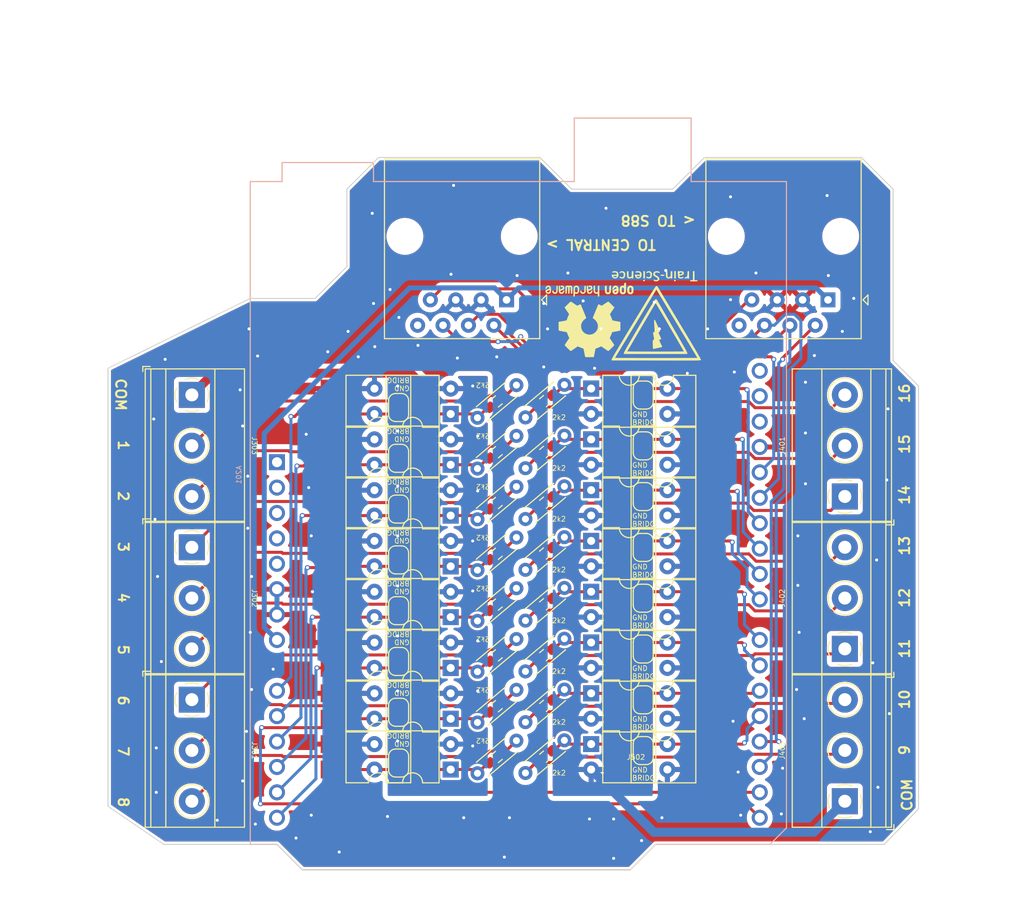
<source format=kicad_pcb>
(kicad_pcb (version 20240108) (generator "pcbnew") (generator_version "8.0")
  (layers (0 "F.Cu" signal) (31 "B.Cu" signal) (34 "B.Paste" user) (35 "F.Paste" user) (36 "B.SilkS" user "B.Silkscreen") (37 "F.SilkS" user "F.Silkscreen") (38 "B.Mask" user) (39 "F.Mask" user) (44 "Edge.Cuts" user))
  (net 0 "")
  (net 1 "/GPIO_A/GPIO3")
  (net 2 "GND")
  (net 3 "/GPIO_B/GPIO1")
  (net 5 "/GPIO_A/GPIO6")
  (net 7 "/GPIO_B/GPIO3")
  (net 8 "+5V")
  (net 9 "+12V")
  (net 11 "/S88n/CLOCK")
  (net 12 "/S88n/DATA_OUT")
  (net 13 "/GPIO_B/GPIO2")
  (net 14 "/GPIO_B/GPIO4")
  (net 15 "/GPIO_A/GPIO7")
  (net 16 "/GPIO_B/GPIO8")
  (net 17 "/GPIO_B/GPIO6")
  (net 18 "/GPIO_B/GPIO5")
  (net 19 "/GPIO_A/GPIO1")
  (net 20 "/GPIO_B/GPIO7")
  (net 21 "/GPIO_A/GPIO5")
  (net 23 "/S88n/DATA_IN")
  (net 25 "/GPIO_A/GPIO2")
  (net 27 "/S88n/PL")
  (net 28 "/GPIO_A/GPIO8")
  (net 29 "/GPIO_A/GPIO4")
  (net 31 "/GPIO_A/CS1/Track")
  (net 32 "/GPIO_A/CS2/Track")
  (net 33 "/GPIO_A/CS3/Track")
  (net 34 "/GPIO_A/CS5/Track")
  (net 35 "/GPIO_A/CS6/Track")
  (net 36 "/GPIO_A/CS4/Track")
  (net 37 "/GPIO_A/CS7/Track")
  (net 38 "/GPIO_A/CS8/Track")
  (net 39 "/GPIO_A/CS1/COM")
  (net 40 "/GPIO_B/CS3/Track")
  (net 41 "/GPIO_B/CS1/Track")
  (net 42 "/GPIO_B/CS2/Track")
  (net 43 "/GPIO_B/CS6/Track")
  (net 44 "/GPIO_B/CS4/Track")
  (net 45 "/GPIO_B/CS5/Track")
  (net 46 "/GPIO_B/CS8/Track")
  (net 47 "/GPIO_B/CS1/COM")
  (net 48 "/GPIO_B/CS7/Track")
  (net 49 "/S88n/RESET")
  (net 52 "Net-(R601-Pad2)")
  (net 53 "Net-(R701-Pad2)")
  (net 54 "Net-(R801-Pad2)")
  (net 55 "Net-(R901-Pad2)")
  (net 56 "Net-(R1001-Pad2)")
  (net 57 "Net-(R1101-Pad2)")
  (net 58 "Net-(R1201-Pad2)")
  (net 59 "Net-(R1301-Pad2)")
  (net 60 "Net-(R1401-Pad2)")
  (net 61 "Net-(R1501-Pad2)")
  (net 62 "Net-(R1601-Pad2)")
  (net 63 "Net-(R1701-Pad2)")
  (net 64 "Net-(R1801-Pad2)")
  (net 65 "Net-(R1901-Pad2)")
  (net 66 "Net-(R2001-Pad2)")
  (net 67 "Net-(R2101-Pad2)")
  (footprint "Package_DIP:DIP-4_W7.62mm" (layer "F.Cu") (at 60.8 112.781 180)
    (property "Reference" "U702" (hide yes))
    (property "Value" "EL814")
  )
  (footprint "custom_kicad_lib_sk:R_0603_smalltext" (layer "F.Cu") (at 70.218247 86.09268 40)
    (property "Reference" "R1502" (hide yes))
    (property "Value" "2k2")
  )
  (footprint "custom_kicad_lib_sk:R_0603_smalltext" (layer "F.Cu") (at 65.422753 86.12432 -140)
    (property "Reference" "R1202" (hide yes))
    (property "Value" "2k2")
  )
  (footprint "Package_DIP:SMDIP-4_W9.53mm" (layer "F.Cu") (at 53.571 96.266 180)
    (property "Reference" "U1001" (hide yes))
    (property "Value" "EL814S")
  )
  (footprint "Package_DIP:DIP-4_W7.62mm" (layer "F.Cu") (at 74.841 79.756)
    (property "Reference" "U1402" (hide yes))
    (property "Value" "EL814")
  )
  (footprint "custom_kicad_lib_sk:Train-Science logo small" (layer "F.Cu") (at 81.28 72.39 180)
    (property "Reference" "G***" (hide yes))
    (property "Value" "LOGO" (hide yes))
  )
  (footprint "Resistor_THT:R_Axial_DIN0204_L3.6mm_D1.6mm_P5.08mm_Horizontal" (layer "F.Cu") (at 67.368506 79.411639 -140)
    (property "Reference" "R1301" (hide yes))
    (property "Value" "2k2")
  )
  (footprint "TerminalBlock_Phoenix:TerminalBlock_Phoenix_MKDS-1,5-3-5.08_1x03_P5.08mm_Horizontal" (layer "F.Cu") (at 34.925 110.871 -90)
    (property "Reference" "J301")
    (property "Value" "Screw_Terminal_01x03")
  )
  (footprint "Package_DIP:DIP-4_W7.62mm" (layer "F.Cu") (at 74.841 89.916)
    (property "Reference" "U1602" (hide yes))
    (property "Value" "EL814")
  )
  (footprint "Package_DIP:DIP-4_W7.62mm" (layer "F.Cu") (at 74.841 84.836)
    (property "Reference" "U1502" (hide yes))
    (property "Value" "EL814")
  )
  (footprint "Resistor_THT:R_Axial_DIN0204_L3.6mm_D1.6mm_P5.08mm_Horizontal" (layer "F.Cu") (at 68.272494 113.125361 40)
    (property "Reference" "R2001" (hide yes))
    (property "Value" "2k2")
  )
  (footprint "Package_DIP:DIP-4_W7.62mm" (layer "F.Cu") (at 74.841 110.236)
    (property "Reference" "U2002" (hide yes))
    (property "Value" "EL814")
  )
  (footprint "TerminalBlock_Phoenix:TerminalBlock_Phoenix_MKDS-1,5-3-5.08_1x03_P5.08mm_Horizontal" (layer "F.Cu") (at 100.203 105.791 90)
    (property "Reference" "J402")
    (property "Value" "Screw_Terminal_01x03")
  )
  (footprint "Package_DIP:DIP-4_W7.62mm" (layer "F.Cu") (at 60.8 117.861 180)
    (property "Reference" "U602" (hide yes))
    (property "Value" "EL814")
  )
  (footprint "Package_DIP:SMDIP-4_W9.53mm" (layer "F.Cu") (at 53.571 91.186 180)
    (property "Reference" "U1101" (hide yes))
    (property "Value" "EL814S")
  )
  (footprint "Package_DIP:DIP-4_W7.62mm" (layer "F.Cu") (at 60.8 82.301 180)
    (property "Reference" "U1302" (hide yes))
    (property "Value" "EL814")
  )
  (footprint "Package_DIP:SMDIP-4_W9.53mm" (layer "F.Cu") (at 82.07 81.031)
    (property "Reference" "U1401" (hide yes))
    (property "Value" "EL814S")
  )
  (footprint "Jumper:SolderJumper-2_P1.3mm_Open_RoundedPad1.0x1.5mm" (layer "F.Cu") (at 80.048 105.806 90)
    (property "Reference" "JP1901" (hide yes))
    (property "Value" "GND VERSION")
  )
  (footprint "Jumper:SolderJumper-2_P1.3mm_Open_RoundedPad1.0x1.5mm" (layer "F.Cu") (at 55.593 91.811 -90)
    (property "Reference" "JP1101" (hide yes))
    (property "Value" "GND VERSION")
  )
  (footprint "Jumper:SolderJumper-2_P1.3mm_Open_RoundedPad1.0x1.5mm" (layer "F.Cu") (at 55.593 101.971 -90)
    (property "Reference" "JP901" (hide yes))
    (property "Value" "GND VERSION")
  )
  (footprint "custom_kicad_lib_sk:R_0603_smalltext" (layer "F.Cu") (at 70.218247 116.57268 40)
    (property "Reference" "R2102" (hide yes))
    (property "Value" "2k2")
  )
  (footprint "Jumper:SolderJumper-2_P1.3mm_Open_RoundedPad1.0x1.5mm" (layer "F.Cu") (at 80.048 110.886 90)
    (property "Reference" "JP2001" (hide yes))
    (property "Value" "GND VERSION")
  )
  (footprint "TerminalBlock_Phoenix:TerminalBlock_Phoenix_MKDS-1,5-3-5.08_1x03_P5.08mm_Horizontal" (layer "F.Cu") (at 34.925 80.391 -90)
    (property "Reference" "J303")
    (property "Value" "Screw_Terminal_01x03")
  )
  (footprint "Jumper:SolderJumper-2_P1.3mm_Open_RoundedPad1.0x1.5mm" (layer "F.Cu") (at 55.593 112.131 -90)
    (property "Reference" "JP701" (hide yes))
    (property "Value" "GND VERSION")
  )
  (footprint "custom_kicad_lib_sk:R_0603_smalltext" (layer "F.Cu") (at 70.218247 91.17268 40)
    (property "Reference" "R1602" (hide yes))
    (property "Value" "2k2")
  )
  (footprint "custom_kicad_lib_sk:R_0603_smalltext" (layer "F.Cu") (at 65.422753 81.04432 -140)
    (property "Reference" "R1302" (hide yes))
    (property "Value" "2k2")
  )
  (footprint "Resistor_THT:R_Axial_DIN0204_L3.6mm_D1.6mm_P5.08mm_Horizontal" (layer "F.Cu") (at 67.368506 114.971639 -140)
    (property "Reference" "R601" (hide yes))
    (property "Value" "2k2")
  )
  (footprint "Package_DIP:DIP-4_W7.62mm" (layer "F.Cu") (at 60.8 107.701 180)
    (property "Reference" "U802" (hide yes))
    (property "Value" "EL814")
  )
  (footprint "Package_DIP:SMDIP-4_W9.53mm" (layer "F.Cu") (at 53.571 111.506 180)
    (property "Reference" "U701" (hide yes))
    (property "Value" "EL814S")
  )
  (footprint "TerminalBlock_Phoenix:TerminalBlock_Phoenix_MKDS-1,5-3-5.08_1x03_P5.08mm_Horizontal" (layer "F.Cu") (at 34.925 95.631 -90)
    (property "Reference" "J302")
    (property "Value" "Screw_Terminal_01x03")
  )
  (footprint "custom_kicad_lib_sk:R_0603_smalltext" (layer "F.Cu") (at 65.422753 101.36432 -140)
    (property "Reference" "R902" (hide yes))
    (property "Value" "2k2")
  )
  (footprint "Jumper:SolderJumper-2_P1.3mm_Open_RoundedPad1.0x1.5mm" (layer "F.Cu") (at 55.593 96.891 -90)
    (property "Reference" "JP1001" (hide yes))
    (property "Value" "GND VERSION")
  )
  (footprint "TerminalBlock_Phoenix:TerminalBlock_Phoenix_MKDS-1,5-3-5.08_1x03_P5.08mm_Horizontal" (layer "F.Cu") (at 100.203 90.551 90)
    (property "Reference" "J401")
    (property "Value" "Screw_Terminal_01x03")
  )
  (footprint "Resistor_THT:R_Axial_DIN0204_L3.6mm_D1.6mm_P5.08mm_Horizontal" (layer "F.Cu") (at 68.272494 82.645361 40)
    (property "Reference" "R1401" (hide yes))
    (property "Value" "2k2")
  )
  (footprint "Package_DIP:SMDIP-4_W9.53mm" (layer "F.Cu") (at 82.07 101.351)
    (property "Reference" "U1801" (hide yes))
    (property "Value" "EL814S")
  )
  (footprint "Resistor_THT:R_Axial_DIN0204_L3.6mm_D1.6mm_P5.08mm_Horizontal" (layer "F.Cu") (at 68.272494 97.885361 40)
    (property "Reference" "R1701" (hide yes))
    (property "Value" "2k2")
  )
  (footprint "Resistor_THT:R_Axial_DIN0204_L3.6mm_D1.6mm_P5.08mm_Horizontal" (layer "F.Cu") (at 67.368506 109.891639 -140)
    (property "Reference" "R701" (hide yes))
    (property "Value" "2k2")
  )
  (footprint "Package_DIP:SMDIP-4_W9.53mm" (layer "F.Cu") (at 53.571 81.026 180)
    (property "Reference" "U1301" (hide yes))
    (property "Value" "EL814S")
  )
  (footprint "Package_DIP:SMDIP-4_W9.53mm" (layer "F.Cu") (at 53.571 86.106 180)
    (property "Reference" "U1201" (hide yes))
    (property "Value" "EL814S")
  )
  (footprint "Jumper:SolderJumper-2_P1.3mm_Open_RoundedPad1.0x1.5mm" (layer "F.Cu") (at 80.048 80.406 90)
    (property "Reference" "JP1401" (hide yes))
    (property "Value" "GND VERSION")
  )
  (footprint "Package_DIP:DIP-4_W7.62mm" (layer "F.Cu") (at 74.841 94.996)
    (property "Reference" "U1702" (hide yes))
    (property "Value" "EL814")
  )
  (footprint "Package_DIP:SMDIP-4_W9.53mm" (layer "F.Cu") (at 53.571 106.426 180)
    (property "Reference" "U801" (hide yes))
    (property "Value" "EL814S")
  )
  (footprint "Jumper:SolderJumper-2_P1.3mm_Open_RoundedPad1.0x1.5mm" (layer "F.Cu") (at 80.048 115.966 90)
    (property "Reference" "JP2101" (hide yes))
    (property "Value" "GND VERSION")
  )
  (footprint "custom_kicad_lib_sk:R_0603_smalltext" (layer "F.Cu") (at 65.422753 116.60432 -140)
    (property "Reference" "R602" (hide yes))
    (property "Value" "2k2")
  )
  (footprint "Connector_RJ:RJ45_Amphenol_54602-x08_Horizontal" (layer "F.Cu") (at 66.3855 70.886 180)
    (property "Reference" "J502")
    (property "Value" "RJ45_OUT")
  )
  (footprint "custom_kicad_lib_sk:R_0603_smalltext" (layer "F.Cu") (at 65.422753 96.28432 -140)
    (property "Reference" "R1002" (hide yes))
    (property "Value" "2k2")
  )
  (footprint "Resistor_THT:R_Axial_DIN0204_L3.6mm_D1.6mm_P5.08mm_Horizontal" (layer "F.Cu") (at 68.272494 87.725361 40)
    (property "Reference" "R1501" (hide yes))
    (property "Value" "2k2")
  )
  (footprint "Resistor_THT:R_Axial_DIN0204_L3.6mm_D1.6mm_P5.08mm_Horizontal" (layer "F.Cu") (at 68.272494 102.965361 40)
    (property "Reference" "R1801" (hide yes))
    (property "Value" "2k2")
  )
  (footprint "Package_DIP:SMDIP-4_W9.53mm" (layer "F.Cu") (at 82.07 96.271)
    (property "Reference" "U1701" (hide yes))
    (property "Value" "EL814S")
  )
  (footprint "Package_DIP:SMDIP-4_W9.53mm" (layer "F.Cu") (at 82.07 91.191)
    (property "Reference" "U1601" (hide yes))
    (property "Value" "EL814S")
  )
  (footprint "custom_kicad_lib_sk:R_0603_smalltext" (layer "F.Cu") (at 70.218247 81.01268 40)
    (property "Reference" "R1402" (hide yes))
    (property "Value" "2k2")
  )
  (footprint "Package_DIP:DIP-4_W7.62mm" (layer "F.Cu") (at 74.841 105.156)
    (property "Reference" "U1902" (hide yes))
    (property "Value" "EL814")
  )
  (footprint "Resistor_THT:R_Axial_DIN0204_L3.6mm_D1.6mm_P5.08mm_Horizontal" (layer "F.Cu") (at 68.272494 118.205361 40)
    (property "Reference" "R2101" (hide yes))
    (property "Value" "2k2")
  )
  (footprint "Resistor_THT:R_Axial_DIN0204_L3.6mm_D1.6mm_P5.08mm_Horizontal" (layer "F.Cu") (at 67.368506 94.651639 -140)
    (property "Reference" "R1001" (hide yes))
    (property "Value" "2k2")
  )
  (footprint "custom_kicad_lib_sk:R_0603_smalltext" (layer "F.Cu") (at 65.422753 106.44432 -140)
    (property "Reference" "R802" (hide yes))
    (property "Value" "2k2")
  )
  (footprint "Jumper:SolderJumper-2_P1.3mm_Open_RoundedPad1.0x1.5mm" (layer "F.Cu") (at 55.593 107.051 -90)
    (property "Reference" "JP801" (hide yes))
    (property "Value" "GND VERSION")
  )
  (footprint "custom_kicad_lib_sk:R_0603_smalltext" (layer "F.Cu") (at 70.218247 96.25268 40)
    (property "Reference" "R1702" (hide yes))
    (property "Value" "2k2")
  )
  (footprint "TerminalBlock_Phoenix:TerminalBlock_Phoenix_MKDS-1,5-3-5.08_1x03_P5.08mm_Horizontal" (layer "F.Cu") (at 100.203 121.031 90)
    (property "Reference" "J403")
    (property "Value" "Screw_Terminal_01x03")
  )
  (footprint "custom_kicad_lib_sk:R_0603_smalltext" (layer "F.Cu") (at 70.218247 106.41268 40)
    (property "Reference" "R1902" (hide yes))
    (property "Value" "2k2")
  )
  (footprint "Package_DIP:SMDIP-4_W9.53mm" (layer "F.Cu") (at 53.571 116.586 180)
    (property "Reference" "U601" (hide yes))
    (property "Value" "EL814S")
  )
  (footprint "Resistor_THT:R_Axial_DIN0204_L3.6mm_D1.6mm_P5.08mm_Horizontal" (layer "F.Cu") (at 67.368506 89.571639 -140)
    (property "Reference" "R1101" (hide yes))
    (property "Value" "2k2")
  )
  (footprint "Jumper:SolderJumper-2_P1.3mm_Open_RoundedPad1.0x1.5mm" (layer "F.Cu") (at 80.048 100.726 90)
    (property "Reference" "JP1801" (hide yes))
    (property "Value" "GND VERSION")
  )
  (footprint "Package_DIP:SMDIP-4_W9.53mm" (layer "F.Cu") (at 82.07 106.431)
    (property "Reference" "U1901" (hide yes))
    (property "Value" "EL814S")
  )
  (footprint "Jumper:SolderJumper-2_P1.3mm_Open_RoundedPad1.0x1.5mm" (layer "F.Cu") (at 80.048 85.486 90)
    (property "Reference" "JP1501" (hide yes))
    (property "Value" "GND VERSION")
  )
  (footprint "Package_DIP:SMDIP-4_W9.53mm" (layer "F.Cu") (at 82.07 116.591)
    (property "Reference" "U2101" (hide yes))
    (property "Value" "EL814S")
  )
  (footprint "Jumper:SolderJumper-2_P1.3mm_Open_RoundedPad1.0x1.5mm" (layer "F.Cu") (at 55.593 81.651 -90)
    (property "Reference" "JP1301" (hide yes))
    (property "Value" "GND VERSION")
  )
  (footprint "custom_kicad_lib_sk:R_0603_smalltext" (layer "F.Cu") (at 70.218247 101.33268 40)
    (property "Reference" "R1802" (hide yes))
    (property "Value" "2k2")
  )
  (footprint "Package_DIP:DIP-4_W7.62mm" (layer "F.Cu") (at 74.841 115.316)
    (property "Reference" "U2102" (hide yes))
    (property "Value" "EL814")
  )
  (footprint "Connector_RJ:RJ45_Amphenol_54602-x08_Horizontal" (layer "F.Cu") (at 98.5165 70.886 180)
    (property "Reference" "J501" (hide yes))
    (property "Value" "RJ45_IN")
  )
  (footprint "Package_DIP:DIP-4_W7.62mm" (layer "F.Cu") (at 60.8 92.461 180)
    (property "Reference" "U1102" (hide yes))
    (property "Value" "EL814")
  )
  (footprint "Package_DIP:SMDIP-4_W9.53mm" (layer "F.Cu") (at 82.07 86.111)
    (property "Reference" "U1501" (hide yes))
    (property "Value" "EL814S")
  )
  (footprint "Package_DIP:DIP-4_W7.62mm" (layer "F.Cu") (at 60.8 97.541 180)
    (property "Reference" "U1002" (hide yes))
    (property "Value" "EL814")
  )
  (footprint "Jumper:SolderJumper-2_P1.3mm_Open_RoundedPad1.0x1.5mm" (layer "F.Cu") (at 55.593 86.731 -90)
    (property "Reference" "JP1201" (hide yes))
    (property "Value" "GND VERSION")
  )
  (footprint "Symbol:OSHW-Logo2_9.8x8mm_SilkScreen" (layer "F.Cu") (at 74.676 72.898 180)
    (property "Reference" "REF**" (hide yes))
    (property "Value" "OSHW-Logo2_9.8x8mm_SilkScreen" (hide yes))
  )
  (footprint "Resistor_THT:R_Axial_DIN0204_L3.6mm_D1.6mm_P5.08mm_Horizontal" (layer "F.Cu") (at 67.368506 99.731639 -140)
    (property "Reference" "R901" (hide yes))
    (property "Value" "2k2")
  )
  (footprint "Jumper:SolderJumper-2_P1.3mm_Open_RoundedPad1.0x1.5mm" (layer "F.Cu") (at 55.593 117.211 -90)
    (property "Reference" "JP601" (hide yes))
    (property "Value" "GND VERSION")
  )
  (footprint "Package_DIP:SMDIP-4_W9.53mm" (layer "F.Cu") (at 82.07 111.511)
    (property "Reference" "U2001" (hide yes))
    (property "Value" "EL814S")
  )
  (footprint "Resistor_THT:R_Axial_DIN0204_L3.6mm_D1.6mm_P5.08mm_Horizontal" (layer "F.Cu") (at 68.272494 92.805361 40)
    (property "Reference" "R1601" (hide yes))
    (property "Value" "2k2")
  )
  (footprint "Jumper:SolderJumper-2_P1.3mm_Open_RoundedPad1.0x1.5mm" (layer "F.Cu") (at 80.048 90.566 90)
    (property "Reference" "JP1601" (hide yes))
    (property "Value" "GND VERSION")
  )
  (footprint "Resistor_THT:R_Axial_DIN0204_L3.6mm_D1.6mm_P5.08mm_Horizontal" (layer "F.Cu") (at 67.368506 104.811639 -140)
    (property "Reference" "R801" (hide yes))
    (property "Value" "2k2")
  )
  (footprint "Resistor_THT:R_Axial_DIN0204_L3.6mm_D1.6mm_P5.08mm_Horizontal" (layer "F.Cu") (at 67.368506 84.491639 -140)
    (property "Reference" "R1201" (hide yes))
    (property "Value" "2k2")
  )
  (footprint "Package_DIP:DIP-4_W7.62mm" (layer "F.Cu") (at 60.8 87.381 180)
    (property "Reference" "U1202" (hide yes))
    (property "Value" "EL814")
  )
  (footprint "Package_DIP:DIP-4_W7.62mm" (layer "F.Cu") (at 60.8 102.621 180)
    (property "Reference" "U902" (hide yes))
    (property "Value" "EL814")
  )
  (footprint "custom_kicad_lib_sk:R_0603_smalltext" (layer "F.Cu") (at 70.218247 111.49268 40)
    (property "Reference" "R2002" (hide yes))
    (property "Value" "2k2")
  )
  (footprint "Resistor_THT:R_Axial_DIN0204_L3.6mm_D1.6mm_P5.08mm_Horizontal" (layer "F.Cu") (at 68.272494 108.045361 40)
    (property "Reference" "R1901" (hide yes))
    (property "Value" "2k2")
  )
  (footprint "custom_kicad_lib_sk:R_0603_smalltext" (layer "F.Cu") (at 65.422753 111.52432 -140)
    (property "Reference" "R702" (hide yes))
    (property "Value" "2k2")
  )
  (footprint "Package_DIP:SMDIP-4_W9.53mm" (layer "F.Cu") (at 53.571 101.346 180)
    (property "Reference" "U901" (hide yes))
    (property "Value" "EL814S")
  )
  (footprint "Package_DIP:DIP-4_W7.62mm" (layer "F.Cu") (at 74.841 100.076)
    (property "Reference" "U1802" (hide yes))
    (property "Value" "EL814")
  )
  (footprint "Jumper:SolderJumper-2_P1.3mm_Open_RoundedPad1.0x1.5mm" (layer "F.Cu") (at 80.048 95.646 90)
    (property "Reference" "JP1701" (hide yes))
    (property "Value" "GND VERSION")
  )
  (footprint "custom_kicad_lib_sk:R_0603_smalltext" (layer "F.Cu") (at 65.422753 91.20432 -140)
    (property "Reference" "R1102" (hide yes))
    (property "Value" "2k2")
  )
  (footprint "Module:Arduino_UNO_R3" (layer "B.Cu") (at 43.434 87.122 -90)
    (property "Reference" "A201")
    (property "Value" "Arduino_UNO_R3")
  )
  (gr_line (start 105.029 76.962) (end 107.569 79.502) (stroke (width 0.1)) (layer "Edge.Cuts"))
  (gr_line (start 72.898 59.817) (end 82.9945 59.817) (stroke (width 0.1)) (layer "Edge.Cuts"))
  (gr_line (start 50.419 59.817) (end 53.594 56.642) (stroke (width 0.1)) (layer "Edge.Cuts"))
  (gr_line (start 43.434 125.349) (end 32.131 125.349) (stroke (width 0.1)) (layer "Edge.Cuts"))
  (gr_line (start 81.28 125.349) (end 104.14 125.349) (stroke (width 0.1)) (layer "Edge.Cuts"))
  (gr_line (start 105.029 59.817) (end 105.029 76.962) (stroke (width 0.1)) (layer "Edge.Cuts"))
  (gr_line (start 104.14 125.349) (end 107.569 121.793) (stroke (width 0.1)) (layer "Edge.Cuts"))
  (gr_line (start 78.74 127.889) (end 81.28 125.349) (stroke (width 0.1)) (layer "Edge.Cuts"))
  (gr_line (start 82.9945 59.817) (end 86.1695 56.642) (stroke (width 0.1)) (layer "Edge.Cuts"))
  (gr_line (start 32.131 125.349) (end 26.543 121.539) (stroke (width 0.1)) (layer "Edge.Cuts"))
  (gr_line (start 69.723 56.642) (end 72.898 59.817) (stroke (width 0.1)) (layer "Edge.Cuts"))
  (gr_line (start 47.244 70.739) (end 50.419 67.564) (stroke (width 0.1)) (layer "Edge.Cuts"))
  (gr_line (start 47.244 70.739) (end 40.767 70.739) (stroke (width 0.1)) (layer "Edge.Cuts"))
  (gr_line (start 101.854 56.642) (end 86.1695 56.642) (stroke (width 0.1)) (layer "Edge.Cuts"))
  (gr_line (start 101.854 56.642) (end 105.029 59.817) (stroke (width 0.1)) (layer "Edge.Cuts"))
  (gr_line (start 107.569 79.502) (end 107.569 121.793) (stroke (width 0.1)) (layer "Edge.Cuts"))
  (gr_line (start 43.434 125.349) (end 45.974 127.889) (stroke (width 0.1)) (layer "Edge.Cuts"))
  (gr_line (start 40.767 70.739) (end 26.543 77.724) (stroke (width 0.1)) (layer "Edge.Cuts"))
  (gr_line (start 53.594 56.642) (end 69.723 56.642) (stroke (width 0.1)) (layer "Edge.Cuts"))
  (gr_line (start 45.974 127.889) (end 78.74 127.889) (stroke (width 0.1)) (layer "Edge.Cuts"))
  (gr_line (start 50.419 67.564) (end 50.419 59.817) (stroke (width 0.1)) (layer "Edge.Cuts"))
  (gr_line (start 26.543 121.539) (end 26.543 77.724) (stroke (width 0.1)) (layer "Edge.Cuts"))
  (gr_text "7" (at 27.484 116.046 270) (layer "F.SilkS") (effects (font (size 1 1) (thickness 0.2) (bold yes)) (justify bottom)))
  (gr_text "6" (at 27.484 110.966 270) (layer "F.SilkS") (effects (font (size 1 1) (thickness 0.2) (bold yes)) (justify bottom)))
  (gr_text "5" (at 27.484 105.886 270) (layer "F.SilkS") (effects (font (size 1 1) (thickness 0.2) (bold yes)) (justify bottom)))
  (gr_text "GND\nBRIDG" (at 56.736 78.618 180) (layer "F.SilkS") (effects (font (size 0.5 0.5) (thickness 0.075)) (justify left bottom)))
  (gr_text "COM" (at 27.23 80.359 -90) (layer "F.SilkS") (effects (font (size 1 1) (thickness 0.2) (bold yes)) (justify bottom)))
  (gr_text "11" (at 106.756 105.759 90) (layer "F.SilkS") (effects (font (size 1 1) (thickness 0.2) (bold yes)) (justify bottom)))
  (gr_text "2k2\n" (at 70.894 113.416 0) (layer "F.SilkS") (effects (font (size 0.5 0.5) (thickness 0.075)) (justify left bottom)))
  (gr_text "2k2\n" (at 70.894 118.496 0) (layer "F.SilkS") (effects (font (size 0.5 0.5) (thickness 0.075)) (justify left bottom)))
  (gr_text "GND\nBRIDG" (at 78.905 83.439 0) (layer "F.SilkS") (effects (font (size 0.5 0.5) (thickness 0.075)) (justify left bottom)))
  (gr_text "1" (at 27.484 85.439 270) (layer "F.SilkS") (effects (font (size 1 1) (thickness 0.2) (bold yes)) (justify bottom)))
  (gr_text "GND\nBRIDG" (at 56.736 98.938 180) (layer "F.SilkS") (effects (font (size 0.5 0.5) (thickness 0.075)) (justify left bottom)))
  (gr_text "2k2\n" (at 64.747 114.681 180) (layer "F.SilkS") (effects (font (size 0.5 0.5) (thickness 0.075)) (justify left bottom)))
  (gr_text "GND\nBRIDG" (at 56.736 109.098 180) (layer "F.SilkS") (effects (font (size 0.5 0.5) (thickness 0.075)) (justify left bottom)))
  (gr_text "2\n" (at 27.484 90.519 270) (layer "F.SilkS") (effects (font (size 1 1) (thickness 0.2) (bold yes)) (justify bottom)))
  (gr_text "COM" (at 107.01 120.396 90) (layer "F.SilkS") (effects (font (size 1 1) (thickness 0.2) (bold yes)) (justify bottom)))
  (gr_text "2k2\n" (at 64.747 89.281 180) (layer "F.SilkS") (effects (font (size 0.5 0.5) (thickness 0.075)) (justify left bottom)))
  (gr_text "2k2\n" (at 64.747 94.361 180) (layer "F.SilkS") (effects (font (size 0.5 0.5) (thickness 0.075)) (justify left bottom)))
  (gr_text "GND\nBRIDG" (at 56.736 104.018 180) (layer "F.SilkS") (effects (font (size 0.5 0.5) (thickness 0.075)) (justify left bottom)))
  (gr_text "2k2\n" (at 70.894 98.176 0) (layer "F.SilkS") (effects (font (size 0.5 0.5) (thickness 0.075)) (justify left bottom)))
  (gr_text "10" (at 106.756 110.839 90) (layer "F.SilkS") (effects (font (size 1 1) (thickness 0.2) (bold yes)) (justify bottom)))
  (gr_text "2k2\n" (at 64.747 109.601 180) (layer "F.SilkS") (effects (font (size 0.5 0.5) (thickness 0.075)) (justify left bottom)))
  (gr_text "2k2\n" (at 64.747 84.201 180) (layer "F.SilkS") (effects (font (size 0.5 0.5) (thickness 0.075)) (justify left bottom)))
  (gr_text "2k2\n" (at 70.894 103.256 0) (layer "F.SilkS") (effects (font (size 0.5 0.5) (thickness 0.075)) (justify left bottom)))
  (gr_text "4" (at 27.484 100.679 270) (layer "F.SilkS") (effects (font (size 1 1) (thickness 0.2) (bold yes)) (justify bottom)))
  (gr_text "TO CENTRAL >" (at 75.819 64.77 180) (layer "F.SilkS") (effects (font (size 1 1) (thickness 0.2) (bold yes)) (justify bottom)))
  (gr_text "GND\nBRIDG" (at 56.736 114.178 180) (layer "F.SilkS") (effects (font (size 0.5 0.5) (thickness 0.075)) (justify left bottom)))
  (gr_text "13" (at 106.756 95.472 90) (layer "F.SilkS") (effects (font (size 1 1) (thickness 0.2) (bold yes)) (justify bottom)))
  (gr_text "2k2\n" (at 70.894 82.936 0) (layer "F.SilkS") (effects (font (size 0.5 0.5) (thickness 0.075)) (justify left bottom)))
  (gr_text "2k2\n" (at 64.747 79.121 180) (layer "F.SilkS") (effects (font (size 0.5 0.5) (thickness 0.075)) (justify left bottom)))
  (gr_text "GND\nBRIDG" (at 56.736 83.698 180) (layer "F.SilkS") (effects (font (size 0.5 0.5) (thickness 0.075)) (justify left bottom)))
  (gr_text "GND\nBRIDG" (at 56.736 88.778 180) (layer "F.SilkS") (effects (font (size 0.5 0.5) (thickness 0.075)) (justify left bottom)))
  (gr_text "12" (at 106.756 100.679 90) (layer "F.SilkS") (effects (font (size 1 1) (thickness 0.2) (bold yes)) (justify bottom)))
  (gr_text "GND\nBRIDG" (at 78.905 113.919 0) (layer "F.SilkS") (effects (font (size 0.5 0.5) (thickness 0.075)) (justify left bottom)))
  (gr_text "15" (at 106.756 85.312 90) (layer "F.SilkS") (effects (font (size 1 1) (thickness 0.2) (bold yes)) (justify bottom)))
  (gr_text "GND\nBRIDG" (at 78.905 88.519 0) (layer "F.SilkS") (effects (font (size 0.5 0.5) (thickness 0.075)) (justify left bottom)))
  (gr_text "16" (at 106.756 80.232 90) (layer "F.SilkS") (effects (font (size 1 1) (thickness 0.2) (bold yes)) (justify bottom)))
  (gr_text "9" (at 106.756 115.919 90) (layer "F.SilkS") (effects (font (size 1 1) (thickness 0.2) (bold yes)) (justify bottom)))
  (gr_text "8" (at 27.484 121.126 270) (layer "F.SilkS") (effects (font (size 1 1) (thickness 0.2) (bold yes)) (justify bottom)))
  (gr_text "GND\nBRIDG" (at 78.905 93.599 0) (layer "F.SilkS") (effects (font (size 0.5 0.5) (thickness 0.075)) (justify left bottom)))
  (gr_text "GND\nBRIDG" (at 78.905 103.759 0) (layer "F.SilkS") (effects (font (size 0.5 0.5) (thickness 0.075)) (justify left bottom)))
  (gr_text "2k2\n" (at 70.894 88.016 0) (layer "F.SilkS") (effects (font (size 0.5 0.5) (thickness 0.075)) (justify left bottom)))
  (gr_text "GND\nBRIDG" (at 78.905 98.679 0) (layer "F.SilkS") (effects (font (size 0.5 0.5) (thickness 0.075)) (justify left bottom)))
  (gr_text "2k2\n" (at 70.894 108.336 0) (layer "F.SilkS") (effects (font (size 0.5 0.5) (thickness 0.075)) (justify left bottom)))
  (gr_text "2k2\n" (at 70.894 93.096 0) (layer "F.SilkS") (effects (font (size 0.5 0.5) (thickness 0.075)) (justify left bottom)))
  (gr_text "14" (at 106.756 90.392 90) (layer "F.SilkS") (effects (font (size 1 1) (thickness 0.2) (bold yes)) (justify bottom)))
  (gr_text "2k2\n" (at 64.747 104.521 180) (layer "F.SilkS") (effects (font (size 0.5 0.5) (thickness 0.075)) (justify left bottom)))
  (gr_text "3\n" (at 27.484 95.599 270) (layer "F.SilkS") (effects (font (size 1 1) (thickness 0.2) (bold yes)) (justify bottom)))
  (gr_text "GND\nBRIDG" (at 78.905 108.839 0) (layer "F.SilkS") (effects (font (size 0.5 0.5) (thickness 0.075)) (justify left bottom)))
  (gr_text "GND\nBRIDG" (at 56.736 93.858 180) (layer "F.SilkS") (effects (font (size 0.5 0.5) (thickness 0.075)) (justify left bottom)))
  (gr_text "< TO S88" (at 81.534 62.357 180) (layer "F.SilkS") (effects (font (size 1 1) (thickness 0.2) (bold yes)) (justify bottom)))
  (gr_text "GND\nBRIDG" (at 78.905 118.999 0) (layer "F.SilkS") (effects (font (size 0.5 0.5) (thickness 0.075)) (justify left bottom)))
  (gr_text "2k2\n" (at 64.747 99.441 180) (layer "F.SilkS") (effects (font (size 0.5 0.5) (thickness 0.075)) (justify left bottom)))
  (segment (start 45.974 92.456) (end 48.806 92.456) (width 0.3) (layer "F.Cu") (net 1))
  (segment (start 55.593 92.461) (end 48.811 92.461) (width 0.3) (layer "F.Cu") (net 1))
  (segment (start 48.811 92.461) (end 48.806 92.456) (width 0.3) (layer "F.Cu") (net 1))
  (via (at 45.974 92.456) (size 0.5) (drill 0.3) (layers "F.Cu" "B.Cu") (net 1))
  (segment (start 45.831 98.552) (end 45.831 92.599) (width 0.3) (layer "B.Cu") (net 1))
  (segment (start 45.831 112.665) (end 45.831 98.552) (width 0.3) (layer "B.Cu") (net 1))
  (segment (start 43.434 115.062) (end 45.831 112.665) (width 0.3) (layer "B.Cu") (net 1))
  (segment (start 45.831 92.599) (end 45.974 92.456) (width 0.3) (layer "B.Cu") (net 1))
  (via (at 65.405 76.581) (size 0.5) (drill 0.3) (layers "F.Cu" "B.Cu") (net 2))
  (via (at 86.487 73.787) (size 0.5) (drill 0.3) (layers "F.Cu" "B.Cu") (net 2))
  (via (at 31.496 98.552) (size 0.5) (drill 0.3) (layers "F.Cu" "B.Cu") (net 2))
  (via (at 88.773 70.866) (size 0.5) (drill 0.3) (layers "F.Cu" "B.Cu") (net 2))
  (via (at 89.789 122.428) (size 0.5) (drill 0.3) (layers "F.Cu" "B.Cu") (net 2))
  (via (at 98.552 68.453) (size 0.5) (drill 0.3) (layers "F.Cu" "B.Cu") (net 2))
  (via (at 101.092 70.739) (size 0.5) (drill 0.3) (layers "F.Cu" "B.Cu") (net 2))
  (via (at 48.514 76.073) (size 0.5) (drill 0.3) (layers "F.Cu" "B.Cu") (net 2))
  (via (at 61.468 76.708) (size 0.5) (drill 0.3) (layers "F.Cu" "B.Cu") (net 2))
  (via (at 54.737 69.85) (size 0.5) (drill 0.3) (layers "F.Cu" "B.Cu") (net 2))
  (via (at 62.103 122.682) (size 0.5) (drill 0.3) (layers "F.Cu" "B.Cu") (net 2))
  (via (at 67.437 68.453) (size 0.5) (drill 0.3) (layers "F.Cu" "B.Cu") (net 2))
  (via (at 89.154 78.105) (size 0.5) (drill 0.3) (layers "F.Cu" "B.Cu") (net 2))
  (via (at 46.863 94.488) (size 0.5) (drill 0.3) (layers "F.Cu" "B.Cu") (net 2))
  (via (at 60.833 68.326) (size 0.5) (drill 0.3) (layers "F.Cu" "B.Cu") (net 2))
  (via (at 104.648 112.268) (size 0.5) (drill 0.3) (layers "F.Cu" "B.Cu") (net 2))
  (via (at 53.086 71.247) (size 0.5) (drill 0.3) (layers "F.Cu" "B.Cu") (net 2))
  (via (at 40.005 118.999) (size 0.5) (drill 0.3) (layers "F.Cu" "B.Cu") (net 2))
  (via (at 104.394 88.9) (size 0.5) (drill 0.3) (layers "F.Cu" "B.Cu") (net 2))
  (via (at 45.339 124.714) (size 0.5) (drill 0.3) (layers "F.Cu" "B.Cu") (net 2))
  (via (at 40.513 93.726) (size 0.5) (drill 0.3) (layers "F.Cu" "B.Cu") (net 2))
  (via (at 55.626 72.644) (size 0.5) (drill 0.3) (layers "F.Cu" "B.Cu") (net 2))
  (via (at 76.327 61.722) (size 0.5) (drill 0.3) (layers "F.Cu" "B.Cu") (net 2))
  (via (at 103.505 119.634) (size 0.5) (drill 0.3) (layers "F.Cu" "B.Cu") (net 2))
  (via (at 61.087 59.436) (size 0.5) (drill 0.3) (layers "F.Cu" "B.Cu") (net 2))
  (via (at 81.661 73.787) (size 0.5) (drill 0.3) (layers "F.Cu" "B.Cu") (net 2))
  (via (at 95.377 109.855) (size 0.5) (drill 0.3) (layers "F.Cu" "B.Cu") (net 2))
  (via (at 81.153 71.12) (size 0.5) (drill 0.3) (layers "F.Cu" "B.Cu") (net 2))
  (via (at 50.546 74.041) (size 0.5) (drill 0.3) (layers "F.Cu" "B.Cu") (net 2))
  (via (at 66.167 126.619) (size 0.5) (drill 0.3) (layers "F.Cu" "B.Cu") (net 2))
  (via (at 88.773 60.579) (size 0.5) (drill 0.3) (layers "F.Cu" "B.Cu") (net 2))
  (via (at 66.675 122.682) (size 0.5) (drill 0.3) (layers "F.Cu" "B.Cu") (net 2))
  (via (at 96.266 89.281) (size 0.5) (drill 0.3) (layers "F.Cu" "B.Cu") (net 2))
  (via (at 96.266 84.201) (size 0.5) (drill 0.3) (layers "F.Cu" "B.Cu") (net 2))
  (via (at 93.853 122.301) (size 0.5) (drill 0.3) (layers "F.Cu" "B.Cu") (net 2))
  (via (at 40.767 104.14) (size 0.5) (drill 0.3) (layers "F.Cu" "B.Cu") (net 2))
  (via (at 91.313 68.199) (size 0.5) (drill 0.3) (layers "F.Cu" "B.Cu") (net 2))
  (via (at 54.483 122.555) (size 0.5) (drill 0.3) (layers "F.Cu" "B.Cu") (net 2))
  (via (at 99.949 74.041) (size 0.5) (drill 0.3) (layers "F.Cu" "B.Cu") (net 2))
  (via (at 31.115 82.804) (size 0.5) (drill 0.3) (layers "F.Cu" "B.Cu") (net 2))
  (via (at 81.915 122.682) (size 0.5) (drill 0.3) (layers "F.Cu" "B.Cu") (net 2))
  (via (at 41.275 123.317) (size 0.5) (drill 0.3) (layers "F.Cu" "B.Cu") (net 2))
  (via (at 46.355 84.328) (size 0.5) (drill 0.3) (layers "F.Cu" "B.Cu") (net 2))
  (via (at 74.676 122.809) (size 0.5) (drill 0.3) (layers "F.Cu" "B.Cu") (net 2))
  (via (at 70.104 71.247) (size 0.5) (drill 0.3) (layers "F.Cu" "B.Cu") (net 2))
  (via (at 95.631 104.14) (size 0.5) (drill 0.3) (layers "F.Cu" "B.Cu") (net 2))
  (via (at 31.369 120.142) (size 0.5) (drill 0.3) (layers "F.Cu" "B.Cu") (net 2))
  (via (at 77.089 126.746) (size 0.5) (drill 0.3) (layers "F.Cu" "B.Cu") (net 2))
  (via (at 40.894 109.855) (size 0.5) (drill 0.3) (layers "F.Cu" "B.Cu") (net 2))
  (via (at 31.369 115.697) (size 0.5) (drill 0.3) (layers "F.Cu" "B.Cu") (net 2))
  (via (at 102.997 107.188) (size 0.5) (drill 0.3) (layers "F.Cu" "B.Cu") (net 2))
  (via (at 84.455 78.232) (size 0.5) (drill 0.3) (layers "F.Cu" "B.Cu") (net 2))
  (via (at 41.5 76.5) (size 0.5) (drill 0.3) (layers "F.Cu" "B.Cu") (net 2))
  (via (at 43.053 107.823) (size 0.5) (drill 0.3) (layers "F.Cu" "B.Cu") (net 2))
  (via (at 74.041 70.993) (size 0.5) (drill 0.3) (layers "F.Cu" "B.Cu") (net 2))
  (via (at 102.743 124.079) (size 0.5) (drill 0.3) (layers "F.Cu" "B.Cu") (net 2))
  (via (at 97.155 76.454) (size 0.5) (drill 0.3) (layers "F.Cu" "B.Cu") (net 2))
  (via (at 82.296 67.945) (size 0.5) (drill 0.3) (layers "F.Cu" "B.Cu") (net 2))
  (via (at 95.504 94.488) (size 0.5) (drill 0.3) (layers "F.Cu" "B.Cu") (net 2))
  (via (at 79.883 124.968) (size 0.5) (drill 0.3) (layers "F.Cu" "B.Cu") (net 2))
  (via (at 40.513 88.519) (size 0.5) (drill 0.3) (layers "F.Cu" "B.Cu") (net 2))
  (via (at 46.99 100.076) (size 0.5) (drill 0.3) (layers "F.Cu" "B.Cu") (net 2))
  (via (at 46.609 89.662) (size 0.5) (drill 0.3) (layers "F.Cu" "B.Cu") (net 2))
  (via (at 89.535 118.11) (size 0.5) (drill 0.3) (layers "F.Cu" "B.Cu") (net 2))
  (via (at 40 83.5) (size 0.5) (drill 0.3) (layers "F.Cu" "B.Cu") (net 2))
  (via (at 57.531 75.438) (size 0.5) (drill 0.3) (layers "F.Cu" "B.Cu") (net 2))
  (via (at 49.657 126.111) (size 0.5) (drill 0.3) (layers "F.Cu" "B.Cu") (net 2))
  (via (at 72.517 68.199) (size 0.5) (drill 0.3) (layers "F.Cu" "B.Cu") (net 2))
  (via (at 46.863 122.428) (size 0.5) (drill 0.3) (layers "F.Cu" "B.Cu") (net 2))
  (via (at 77.089 122.809) (size 0.5) (drill 0.3) (layers "F.Cu" "B.Cu") (net 2))
  (via (at 70.104 77.597) (size 0.5) (drill 0.3) (layers "F.Cu" "B.Cu") (net 2))
  (via (at 95.504 99.441) (size 0.5) (drill 0.3) (layers "F.Cu" "B.Cu") (net 2))
  (via (at 93.98 117.729) (size 0.5) (drill 0.3) (layers "F.Cu" "B.Cu") (net 2))
  (via (at 37.465 122.936) (size 0.5) (drill 0.3) (layers "F.Cu" "B.Cu") (net 2))
  (via (at 39.751 79.883) (size 0.5) (drill 0.3) (layers "F.Cu" "B.Cu") (net 2))
  (via (at 98.425 60.452) (size 0.5) (drill 0.3) (layers "F.Cu" "B.Cu") (net 2))
  (via (at 96.266 79.121) (size 0.5) (drill 0.3) (layers "F.Cu" "B.Cu") (net 2))
  (via (at 51.562 76.581) (size 0.5) (drill 0.3) (layers "F.Cu" "B.Cu") (net 2))
  (via (at 40.386 114.046) (size 0.5) (drill 0.3) (layers "F.Cu" "B.Cu") (net 2))
  (via (at 40.64 73.787) (size 0.5) (drill 0.3) (layers "F.Cu" "B.Cu") (net 2))
  (via (at 31.242 92.837) (size 0.5) (drill 0.3) (layers "F.Cu" "B.Cu") (net 2))
  (via (at 32.258 76.835) (size 0.5) (drill 0.3) (layers "F.Cu" "B.Cu") (net 2))
  (via (at 53.213 75.565) (size 0.5) (drill 0.3) (layers "F.Cu" "B.Cu") (net 2))
  (via (at 96.139 112.776) (size 0.5) (drill 0.3) (layers "F.Cu" "B.Cu") (net 2))
  (via (at 89.027 113.03) (size 0.5) (drill 0.3) (layers "F.Cu" "B.Cu") (net 2))
  (via (at 40.894 98.552) (size 0.5) (drill 0.3) (layers "F.Cu" "B.Cu") (net 2))
  (via (at 75.819 73.787) (size 0.5) (drill 0.3) (layers "F.Cu" "B.Cu") (net 2))
  (via (at 103.378 96.901) (size 0.5) (drill 0.3) (layers "F.Cu" "B.Cu") (net 2))
  (via (at 31.877 107.061) (size 0.5) (drill 0.3) (layers "F.Cu" "B.Cu") (net 2))
  (via (at 52.959 62.23) (size 0.5) (drill 0.3) (layers "F.Cu" "B.Cu") (net 2))
  (via (at 104.521 81.788) (size 0.5) (drill 0.3) (layers "F.Cu" "B.Cu") (net 2))
  (via (at 70.485 73.787) (size 0.5) (drill 0.3) (layers "F.Cu" "B.Cu") (net 2))
  (via (at 75.184 77.724) (size 0.5) (drill 0.3) (layers "F.Cu" "B.Cu") (net 2))
  (segment (start 90.038 115.321) (end 90.17 115.189) (width 0.3) (layer "F.Cu") (net 3))
  (segment (start 80.048 115.316) (end 86.83 115.316) (width 0.3) (layer "F.Cu") (net 3))
  (segment (start 86.835 115.321) (end 90.038 115.321) (width 0.3) (layer "F.Cu") (net 3))
  (segment (start 86.83 115.316) (end 86.835 115.321) (width 0.3) (layer "F.Cu") (net 3))
  (via (at 90.17 115.189) (size 0.5) (drill 0.3) (layers "F.Cu" "B.Cu") (net 3))
  (segment (start 90.424 114.935) (end 90.424 113.792) (width 0.3) (layer "B.Cu") (net 3))
  (segment (start 90.424 113.792) (end 91.694 112.522) (width 0.3) (layer "B.Cu") (net 3))
  (segment (start 90.17 115.189) (end 90.424 114.935) (width 0.3) (layer "B.Cu") (net 3))
  (segment (start 48.806 107.696) (end 47.431 107.696) (width 0.3) (layer "F.Cu") (net 5))
  (segment (start 48.811 107.701) (end 48.806 107.696) (width 0.3) (layer "F.Cu") (net 5))
  (segment (start 55.593 107.701) (end 48.811 107.701) (width 0.3) (layer "F.Cu") (net 5))
  (via (at 47.431 107.696) (size 0.5) (drill 0.3) (layers "F.Cu" "B.Cu") (net 5))
  (segment (start 47.331 118.785) (end 43.434 122.682) (width 0.3) (layer "B.Cu") (net 5))
  (segment (start 47.331 107.736) (end 47.331 118.785) (width 0.3) (layer "B.Cu") (net 5))
  (segment (start 47.431 107.696) (end 47.371 107.696) (width 0.3) (layer "B.Cu") (net 5))
  (segment (start 47.371 107.696) (end 47.331 107.736) (width 0.3) (layer "B.Cu") (net 5))
  (segment (start 86.835 105.161) (end 89.921 105.161) (width 0.3) (layer "F.Cu") (net 7))
  (segment (start 80.048 105.156) (end 86.83 105.156) (width 0.3) (layer "F.Cu") (net 7))
  (segment (start 86.83 105.156) (end 86.835 105.161) (width 0.3) (layer "F.Cu") (net 7))
  (segment (start 89.921 105.161) (end 90.17 105.41) (width 0.3) (layer "F.Cu") (net 7))
  (via (at 90.17 105.41) (size 0.5) (drill 0.3) (layers "F.Cu" "B.Cu") (net 7))
  (segment (start 90.17 105.918) (end 91.694 107.442) (width 0.3) (layer "B.Cu") (net 7))
  (segment (start 90.17 105.41) (end 90.17 105.918) (width 0.3) (layer "B.Cu") (net 7))
  (segment (start 65.1855 69.686) (end 56.70505 69.686) (width 0.5) (layer "B.Cu") (net 9))
  (segment (start 42.164 103.632) (end 43.434 104.902) (width 0.5) (layer "B.Cu") (net 9))
  (segment (start 67.5855 69.686) (end 97.3165 69.686) (width 0.5) (layer "B.Cu") (net 9))
  (segment (start 66.3855 70.886) (end 65.1855 69.686) (width 0.5) (layer "B.Cu") (net 9))
  (segment (start 56.70505 69.686) (end 42.164 84.22705) (width 0.5) (layer "B.Cu") (net 9))
  (segment (start 97.3165 69.686) (end 98.5165 70.886) (width 0.5) (layer "B.Cu") (net 9))
  (segment (start 66.3855 70.886) (end 67.5855 69.686) (width 0.5) (layer "B.Cu") (net 9))
  (segment (start 42.164 84.22705) (end 42.164 103.632) (width 0.5) (layer "B.Cu") (net 9))
  (segment (start 92.0595 76.073) (end 94.7065 73.426) (width 0.3) (layer "F.Cu") (net 11))
  (segment (start 66.810303 73.565168) (end 66.810303 74.413697) (width 0.3) (layer "F.Cu") (net 11))
  (segment (start 63.6755 72.326) (end 65.571135 72.326) (width 0.3) (layer "F.Cu") (net 11))
  (segment (start 65.571135 72.326) (end 66.810303 73.565168) (width 0.3) (layer "F.Cu") (net 11))
  (segment (start 68.469606 76.073) (end 92.0595 76.073) (width 0.3) (layer "F.Cu") (net 11))
  (segment (start 66.810303 74.413697) (end 68.469606 76.073) (width 0.3) (layer "F.Cu") (net 11))
  (segment (start 62.5755 73.426) (end 63.6755 72.326) (width 0.3) (layer "F.Cu") (net 11))
  (segment (start 94.091 77.74) (end 94.7065 77.1245) (width 0.3) (layer "B.Cu") (net 11))
  (segment (start 94.7065 77.1245) (end 94.7065 73.426) (width 0.3) (layer "B.Cu") (net 11))
  (segment (start 92.844 116.452) (end 92.844 91.052) (width 0.3) (layer "B.Cu") (net 11))
  (segment (start 91.694 117.602) (end 92.844 116.452) (width 0.3) (layer "B.Cu") (net 11))
  (segment (start 94.091 89.805) (end 94.091 77.74) (width 0.3) (layer "B.Cu") (net 11))
  (segment (start 92.844 91.052) (end 94.091 89.805) (width 0.3) (layer "B.Cu") (net 11))
  (segment (start 65.1155 73.426) (end 68.2705 76.581) (width 0.3) (layer "F.Cu") (net 12))
  (segment (start 68.2705 76.581) (end 92.837 76.581) (width 0.3) (layer "F.Cu") (net 12))
  (segment (start 92.837 76.581) (end 93.091 76.835) (width 0.3) (layer "F.Cu") (net 12))
  (via (at 93.091 76.835) (size 0.5) (drill 0.3) (layers "F.Cu" "B.Cu") (net 12))
  (segment (start 93.091 86.745) (end 93.091 76.835) (width 0.3) (layer "B.Cu") (net 12))
  (segment (start 91.694 88.142) (end 93.091 86.745) (width 0.3) (layer "B.Cu") (net 12))
  (segment (start 86.835 110.241) (end 91.435 110.241) (width 0.3) (layer "F.Cu") (net 13))
  (segment (start 91.435 110.241) (end 91.694 109.982) (width 0.3) (layer "F.Cu") (net 13))
  (segment (start 80.048 110.236) (end 86.83 110.236) (width 0.3) (layer "F.Cu") (net 13))
  (segment (start 86.83 110.236) (end 86.835 110.241) (width 0.3) (layer "F.Cu") (net 13))
  (segment (start 80.048 100.076) (end 86.83 100.076) (width 0.3) (layer "F.Cu") (net 14))
  (segment (start 86.83 100.076) (end 86.835 100.081) (width 0.3) (layer "F.Cu") (net 14))
  (segment (start 89.921 100.081) (end 90.17 100.33) (width 0.3) (layer "F.Cu") (net 14))
  (segment (start 86.835 100.081) (end 89.921 100.081) (width 0.3) (layer "F.Cu") (net 14))
  (via (at 90.17 100.33) (size 0.5) (drill 0.3) (layers "F.Cu" "B.Cu") (net 14))
  (segment (start 90.17 103.378) (end 91.694 104.902) (width 0.3) (layer "B.Cu") (net 14))
  (segment (start 90.17 100.33) (end 90.17 103.378) (width 0.3) (layer "B.Cu") (net 14))
  (segment (start 47.91 113.672) (end 48.806 112.776) (width 0.3) (layer "F.Cu") (net 15))
  (segment (start 41.91 113.665) (end 41.917 113.672) (width 0.3) (layer "F.Cu") (net 15))
  (segment (start 90.304 121.292) (end 41.79 121.292) (width 0.3) (layer "F.Cu") (net 15))
  (segment (start 41.79 121.292) (end 41.783 121.285) (width 0.3) (layer "F.Cu") (net 15))
  (segment (start 41.917 113.672) (end 47.91 113.672) (width 0.3) (layer "F.Cu") (net 15))
  (segment (start 91.694 122.682) (end 90.304 121.292) (width 0.3) (layer "F.Cu") (net 15))
  (segment (start 48.811 112.781) (end 48.806 112.776) (width 0.3) (layer "F.Cu") (net 15))
  (segment (start 55.593 112.781) (end 48.811 112.781) (width 0.3) (layer "F.Cu") (net 15))
  (via (at 41.783 121.285) (size 0.5) (drill 0.3) (layers "F.Cu" "B.Cu") (net 15))
  (via (at 41.91 113.665) (size 0.5) (drill 0.3) (layers "F.Cu" "B.Cu") (net 15))
  (segment (start 41.783 121.285) (end 41.783 113.792) (width 0.3) (layer "B.Cu") (net 15))
  (segment (start 41.783 113.792) (end 41.91 113.665) (width 0.3) (layer "B.Cu") (net 15))
  (segment (start 90.302 79.761) (end 86.835 79.761) (width 0.3) (layer "F.Cu") (net 16))
  (segment (start 86.83 79.756) (end 86.835 79.761) (width 0.3) (layer "F.Cu") (net 16))
  (segment (start 80.048 79.756) (end 86.83 79.756) (width 0.3) (layer "F.Cu") (net 16))
  (segment (start 90.424 79.883) (end 90.302 79.761) (width 0.3) (layer "F.Cu") (net 16))
  (via (at 90.424 79.883) (size 0.5) (drill 0.3) (layers "F.Cu" "B.Cu") (net 16))
  (segment (start 90.544 80.003) (end 90.424 79.883) (width 0.3) (layer "B.Cu") (net 16))
  (segment (start 90.544 92.072) (end 90.544 80.003) (width 0.3) (layer "B.Cu") (net 16))
  (segment (start 91.694 93.222) (end 90.544 92.072) (width 0.3) (layer "B.Cu") (net 16))
  (segment (start 80.048 89.916) (end 86.83 89.916) (width 0.3) (layer "F.Cu") (net 17))
  (segment (start 86.957 90.043) (end 86.835 89.921) (width 0.3) (layer "F.Cu") (net 17))
  (segment (start 89.444 90.043) (end 86.957 90.043) (width 0.3) (layer "F.Cu") (net 17))
  (segment (start 86.83 89.916) (end 86.835 89.921) (width 0.3) (layer "F.Cu") (net 17))
  (via (at 89.444 90.043) (size 0.5) (drill 0.3) (layers "F.Cu" "B.Cu") (net 17))
  (segment (start 91.694 98.302) (end 89.544 96.152) (width 0.3) (layer "B.Cu") (net 17))
  (segment (start 89.544 90.424) (end 89.544 90.143) (width 0.3) (layer "B.Cu") (net 17))
  (segment (start 89.544 96.152) (end 89.544 90.424) (width 0.3) (layer "B.Cu") (net 17))
  (segment (start 89.544 90.143) (end 89.444 90.043) (width 0.3) (layer "B.Cu") (net 17))
  (segment (start 86.83 94.996) (end 86.835 95.001) (width 0.3) (layer "F.Cu") (net 18))
  (segment (start 86.835 95.001) (end 88.822 95.001) (width 0.3) (layer "F.Cu") (net 18))
  (segment (start 88.822 95.001) (end 88.944 95.123) (width 0.3) (layer "F.Cu") (net 18))
  (segment (start 80.048 94.996) (end 86.83 94.996) (width 0.3) (layer "F.Cu") (net 18))
  (via (at 88.944 95.123) (size 0.5) (drill 0.3) (layers "F.Cu" "B.Cu") (net 18))
  (segment (start 88.944 95.123) (end 88.944 96.259106) (width 0.3) (layer "B.Cu") (net 18))
  (segment (start 88.944 96.259106) (end 90.424 97.739106) (width 0.3) (layer "B.Cu") (net 18))
  (segment (start 90.424 99.572) (end 91.694 100.842) (width 0.3) (layer "B.Cu") (net 18))
  (segment (start 90.424 97.739106) (end 90.424 99.572) (width 0.3) (layer "B.Cu") (net 18))
  (segment (start 48.811 82.301) (end 48.806 82.296) (width 0.3) (layer "F.Cu") (net 19))
  (segment (start 45.466 82.296) (end 48.806 82.296) (width 0.3) (layer "F.Cu") (net 19))
  (segment (start 44.831 82.55) (end 45.212 82.55) (width 0.3) (layer "F.Cu") (net 19))
  (segment (start 55.593 82.301) (end 48.811 82.301) (width 0.3) (layer "F.Cu") (net 19))
  (segment (start 45.212 82.55) (end 45.466 82.296) (width 0.3) (layer "F.Cu") (net 19))
  (via (at 44.831 82.55) (size 0.5) (drill 0.3) (layers "F.Cu" "B.Cu") (net 19))
  (segment (start 44.831 108.585) (end 44.831 82.55) (width 0.3) (layer "B.Cu") (net 19))
  (segment (start 43.434 109.982) (end 44.831 108.585) (width 0.3) (layer "B.Cu") (net 19))
  (segment (start 89.535 84.836) (end 89.53 84.841) (width 0.3) (layer "F.Cu") (net 20))
  (segment (start 89.53 84.841) (end 86.835 84.841) (width 0.3) (layer "F.Cu") (net 20))
  (segment (start 86.83 84.836) (end 86.835 84.841) (width 0.3) (layer "F.Cu") (net 20))
  (segment (start 89.944 84.836) (end 89.535 84.836) (width 0.3) (layer "F.Cu") (net 20))
  (segment (start 80.048 84.836) (end 86.83 84.836) (width 0.3) (layer "F.Cu") (net 20))
  (via (at 89.944 84.836) (size 0.5) (drill 0.3) (layers "F.Cu" "B.Cu") (net 20))
  (segment (start 91.694 95.762) (end 90.044 94.112) (width 0.3) (layer "B.Cu") (net 20))
  (segment (start 90.044 84.936) (end 89.944 84.836) (width 0.3) (layer "B.Cu") (net 20))
  (segment (start 90.044 94.112) (end 90.044 84.936) (width 0.3) (layer "B.Cu") (net 20))
  (segment (start 55.593 102.621) (end 48.811 102.621) (width 0.3) (layer "F.Cu") (net 21))
  (segment (start 48.811 102.621) (end 48.806 102.616) (width 0.3) (layer "F.Cu") (net 21))
  (segment (start 46.99 102.616) (end 48.806 102.616) (width 0.3) (layer "F.Cu") (net 21))
  (via (at 46.99 102.616) (size 0.5) (drill 0.3) (layers "F.Cu" "B.Cu") (net 21))
  (segment (start 43.434 120.142) (end 46.831 116.745) (width 0.3) (layer "B.Cu") (net 21))
  (segment (start 46.831 102.775) (end 46.99 102.616) (width 0.3) (layer "B.Cu") (net 21))
  (segment (start 46.831 116.745) (end 46.831 102.775) (width 0.3) (layer "B.Cu") (net 21))
  (segment (start 93.98 76.6925) (end 97.2465 73.426) (width 0.3) (layer "F.Cu") (net 23))
  (segment (start 93.98 76.835) (end 93.98 76.6925) (width 0.3) (layer "F.Cu") (net 23))
  (via (at 93.98 76.835) (size 0.5) (drill 0.3) (layers "F.Cu" "B.Cu") (net 23))
  (segment (start 93.591 83.058) (end 93.591 77.224) (width 0.3) (layer "B.Cu") (net 23))
  (segment (start 91.694 90.682) (end 93.591 88.785) (width 0.3) (layer "B.Cu") (net 23))
  (segment (start 93.591 77.224) (end 93.98 76.835) (width 0.3) (layer "B.Cu") (net 23))
  (segment (start 93.591 88.785) (end 93.591 83.058) (width 0.3) (layer "B.Cu") (net 23))
  (segment (start 55.593 87.381) (end 48.811 87.381) (width 0.3) (layer "F.Cu") (net 25))
  (segment (start 45.431 87.503) (end 46.101 87.503) (width 0.3) (layer "F.Cu") (net 25))
  (segment (start 48.811 87.381) (end 48.806 87.376) (width 0.3) (layer "F.Cu") (net 25))
  (segment (start 46.101 87.503) (end 46.228 87.376) (width 0.3) (layer "F.Cu") (net 25))
  (segment (start 46.228 87.376) (end 48.806 87.376) (width 0.3) (layer "F.Cu") (net 25))
  (via (at 45.431 87.503) (size 0.5) (drill 0.3) (layers "F.Cu" "B.Cu") (net 25))
  (segment (start 43.434 112.522) (end 45.331 110.625) (width 0.3) (layer "B.Cu") (net 25))
  (segment (start 45.331 110.625) (end 45.331 87.603) (width 0.3) (layer "B.Cu") (net 25))
  (segment (start 45.331 87.603) (end 45.431 87.503) (width 0.3) (layer "B.Cu") (net 25))
  (segment (start 90.0195 75.573) (end 92.1665 73.426) (width 0.3) (layer "F.Cu") (net 27))
  (segment (start 67.806068 74.560932) (end 67.806068 74.702356) (width 0.3) (layer "F.Cu") (net 27))
  (segment (start 67.806068 74.702356) (end 68.676712 75.573) (width 0.3) (layer "F.Cu") (net 27))
  (segment (start 61.6665 75.057) (end 65.532 75.057) (width 0.3) (layer "F.Cu") (net 27))
  (segment (start 60.0355 73.426) (end 61.6665 75.057) (width 0.3) (layer "F.Cu") (net 27))
  (segment (start 68.676712 75.573) (end 90.0195 75.573) (width 0.3) (layer "F.Cu") (net 27))
  (segment (start 93.599 115.062) (end 91.694 115.062) (width 0.3) (layer "F.Cu") (net 27))
  (via (at 65.532 75.057) (size 0.5) (drill 0.3) (layers "F.Cu" "B.Cu") (net 27))
  (via (at 67.806068 74.560932) (size 0.5) (drill 0.3) (layers "F.Cu" "B.Cu") (net 27))
  (via (at 93.599 115.062) (size 0.5) (drill 0.3) (layers "F.Cu" "B.Cu") (net 27))
  (segment (start 93.344 114.807) (end 93.599 115.062) (width 0.3) (layer "B.Cu") (net 27))
  (segment (start 94.591 77.947107) (end 94.591 80.264) (width 0.3) (layer "B.Cu") (net 27))
  (segment (start 93.344 91.259106) (end 93.344 93.345) (width 0.3) (layer "B.Cu") (net 27))
  (segment (start 94.250865 72.326) (end 95.162135 72.326) (width 0.3) (layer "B.Cu") (net 27))
  (segment (start 94.591 90.012106) (end 93.889053 90.714053) (width 0.3) (layer "B.Cu") (net 27))
  (segment (start 95.8065 72.970365) (end 95.8065 76.731607) (width 0.3) (layer "B.Cu") (net 27))
  (segment (start 94.913607 77.6245) (end 94.591 77.947107) (width 0.3) (layer "B.Cu") (net 27))
  (segment (start 93.150865 73.426) (end 94.250865 72.326) (width 0.3) (layer "B.Cu") (net 27))
  (segment (start 67.31 75.057) (end 67.806068 74.560932) (width 0.3) (layer "B.Cu") (net 27))
  (segment (start 93.344 93.345) (end 93.344 114.807) (width 0.3) (layer "B.Cu") (net 27))
  (segment (start 95.162135 72.326) (end 95.8065 72.970365) (width 0.3) (layer "B.Cu") (net 27))
  (segment (start 94.591 80.264) (end 94.591 90.012106) (width 0.3) (layer "B.Cu") (net 27))
  (segment (start 93.889053 90.714053) (end 93.344 91.259106) (width 0.3) (layer "B.Cu") (net 27))
  (segment (start 65.532 75.057) (end 67.31 75.057) (width 0.3) (layer "B.Cu") (net 27))
  (segment (start 92.1665 73.426) (end 93.150865 73.426) (width 0.3) (layer "B.Cu") (net 27))
  (segment (start 95.8065 76.731607) (end 94.913607 77.6245) (width 0.3) (layer "B.Cu") (net 27))
  (segment (start 48.811 117.861) (end 48.806 117.856) (width 0.3) (layer "F.Cu") (net 28))
  (segment (start 91.694 120.142) (end 57.874 120.142) (width 0.3) (layer "F.Cu") (net 28))
  (segment (start 57.874 120.142) (end 55.593 117.861) (width 0.3) (layer "F.Cu") (net 28))
  (segment (start 55.593 117.861) (end 48.811 117.861) (width 0.3) (layer "F.Cu") (net 28))
  (segment (start 55.593 97.541) (end 48.811 97.541) (width 0.3) (layer "F.Cu") (net 29))
  (segment (start 48.811 97.541) (end 48.806 97.536) (width 0.3) (layer "F.Cu") (net 29))
  (segment (start 46.482 97.663) (end 48.679 97.663) (width 0.3) (layer "F.Cu") (net 29))
  (segment (start 48.679 97.663) (end 48.806 97.536) (width 0.3) (layer "F.Cu") (net 29))
  (via (at 46.482 97.663) (size 0.5) (drill 0.3) (layers "F.Cu" "B.Cu") (net 29))
  (segment (start 46.331 97.814) (end 46.482 97.663) (width 0.3) (layer "B.Cu") (net 29))
  (segment (start 43.434 117.602) (end 46.331 114.705) (width 0.3) (layer "B.Cu") (net 29))
  (segment (start 46.331 112.268) (end 46.331 97.814) (width 0.3) (layer "B.Cu") (net 29))
  (segment (start 46.331 114.705) (end 46.331 112.268) (width 0.3) (layer "B.Cu") (net 29))
  (segment (start 66.121768 116.017776) (end 66.322369 116.017776) (width 0.3) (layer "F.Cu") (net 31))
  (segment (start 55.593 116.561) (end 64.155733 116.561) (width 0.3) (layer "F.Cu") (net 31))
  (segment (start 44.019346 116.561) (end 43.910346 116.452) (width 0.3) (layer "F.Cu") (net 31))
  (segment (start 55.593 116.561) (end 44.019346 116.561) (width 0.3) (layer "F.Cu") (net 31))
  (segment (start 39.504 116.452) (end 34.925 121.031) (width 0.3) (layer "F.Cu") (net 31))
  (segment (start 66.322369 116.017776) (end 67.368506 114.971639) (width 0.3) (layer "F.Cu") (net 31))
  (segment (start 64.698957 116.017776) (end 66.121768 116.017776) (width 0.3) (layer "F.Cu") (net 31))
  (segment (start 64.155733 116.561) (end 64.698957 116.017776) (width 0.3) (layer "F.Cu") (net 31))
  (segment (start 43.910346 116.452) (end 39.504 116.452) (width 0.3) (layer "F.Cu") (net 31))
  (segment (start 66.322369 110.937776) (end 67.368506 109.891639) (width 0.3) (layer "F.Cu") (net 32))
  (segment (start 39.504 111.372) (end 34.925 115.951) (width 0.3) (layer "F.Cu") (net 32))
  (segment (start 44.019346 111.481) (end 43.910346 111.372) (width 0.3) (layer "F.Cu") (net 32))
  (segment (start 55.593 111.481) (end 44.019346 111.481) (width 0.3) (layer "F.Cu") (net 32))
  (segment (start 66.121768 110.937776) (end 66.322369 110.937776) (width 0.3) (layer "F.Cu") (net 32))
  (segment (start 64.698957 110.937776) (end 66.121768 110.937776) (width 0.3) (layer "F.Cu") (net 32))
  (segment (start 64.155733 111.481) (end 64.698957 110.937776) (width 0.3) (layer "F.Cu") (net 32))
  (segment (start 43.910346 111.372) (end 39.504 111.372) (width 0.3) (layer "F.Cu") (net 32))
  (segment (start 55.593 111.481) (end 64.155733 111.481) (width 0.3) (layer "F.Cu") (net 32))
  (segment (start 66.322369 105.857776) (end 67.368506 104.811639) (width 0.3) (layer "F.Cu") (net 33))
  (segment (start 39.395 106.401) (end 34.925 110.871) (width 0.3) (layer "F.Cu") (net 33))
  (segment (start 66.121768 105.857776) (end 66.322369 105.857776) (width 0.3) (layer "F.Cu") (net 33))
  (segment (start 64.698957 105.857776) (end 66.121768 105.857776) (width 0.3) (layer "F.Cu") (net 33))
  (segment (start 64.155733 106.401) (end 64.698957 105.857776) (width 0.3) (layer "F.Cu") (net 33))
  (segment (start 55.593 106.401) (end 64.155733 106.401) (width 0.3) (layer "F.Cu") (net 33))
  (segment (start 55.593 106.401) (end 39.395 106.401) (width 0.3) (layer "F.Cu") (net 33))
  (segment (start 39.504 96.132) (end 34.925 100.711) (width 0.3) (layer "F.Cu") (net 34))
  (segment (start 55.593 96.241) (end 64.155733 96.241) (width 0.3) (layer "F.Cu") (net 34))
  (segment (start 66.322369 95.697776) (end 67.368506 94.651639) (width 0.3) (layer "F.Cu") (net 34))
  (segment (start 43.910346 96.132) (end 39.504 96.132) (width 0.3) (layer "F.Cu") (net 34))
  (segment (start 44.019346 96.241) (end 43.910346 96.132) (width 0.3) (layer "F.Cu") (net 34))
  (segment (start 64.155733 96.241) (end 64.698957 95.697776) (width 0.3) (layer "F.Cu") (net 34))
  (segment (start 55.593 96.241) (end 44.019346 96.241) (width 0.3) (layer "F.Cu") (net 34))
  (segment (start 66.121768 95.697776) (end 66.322369 95.697776) (width 0.3) (layer "F.Cu") (net 34))
  (segment (start 64.698957 95.697776) (end 66.121768 95.697776) (width 0.3) (layer "F.Cu") (net 34))
  (segment (start 47.402 91.052) (end 39.504 91.052) (width 0.3) (layer "F.Cu") (net 35))
  (segment (start 39.504 91.052) (end 34.925 95.631) (width 0.3) (layer "F.Cu") (net 35))
  (segment (start 47.511 91.161) (end 47.402 91.052) (width 0.3) (layer "F.Cu") (net 35))
  (segment (start 55.593 91.161) (end 64.155733 91.161) (width 0.3) (layer "F.Cu") (net 35))
  (segment (start 64.698957 90.617776) (end 66.121768 90.617776) (width 0.3) (layer "F.Cu") (net 35))
  (segment (start 64.155733 91.161) (end 64.698957 90.617776) (width 0.3) (layer "F.Cu") (net 35))
  (segment (start 66.121768 90.617776) (end 66.322369 90.617776) (width 0.3) (layer "F.Cu") (net 35))
  (segment (start 55.593 91.161) (end 47.511 91.161) (width 0.3) (layer "F.Cu") (net 35))
  (segment (start 66.322369 90.617776) (end 67.368506 89.571639) (width 0.3) (layer "F.Cu") (net 35))
  (segment (start 39.504 101.212) (end 34.925 105.791) (width 0.3) (layer "F.Cu") (net 36))
  (segment (start 44.019346 101.321) (end 43.910346 101.212) (width 0.3) (layer "F.Cu") (net 36))
  (segment (start 55.593 101.321) (end 64.155733 101.321) (width 0.3) (layer "F.Cu") (net 36))
  (segment (start 66.121768 100.777776) (end 66.322369 100.777776) (width 0.3) (layer "F.Cu") (net 36))
  (segment (start 55.593 101.321) (end 44.019346 101.321) (width 0.3) (layer "F.Cu") (net 36))
  (segment (start 64.698957 100.777776) (end 66.121768 100.777776) (width 0.3) (layer "F.Cu") (net 36))
  (segment (start 43.910346 101.212) (end 39.504 101.212) (width 0.3) (layer "F.Cu") (net 36))
  (segment (start 66.322369 100.777776) (end 67.368506 99.731639) (width 0.3) (layer "F.Cu") (net 36))
  (segment (start 64.155733 101.321) (end 64.698957 100.777776) (width 0.3) (layer "F.Cu") (net 36))
  (segment (start 66.322369 85.537776) (end 67.368506 84.491639) (width 0.3) (layer "F.Cu") (net 37))
  (segment (start 39.504 85.972) (end 34.925 90.551) (width 0.3) (layer "F.Cu") (net 37))
  (segment (start 55.593 86.081) (end 44.693 86.081) (width 0.3) (layer "F.Cu") (net 37))
  (segment (start 44.584 85.972) (end 39.504 85.972) (width 0.3) (layer "F.Cu") (net 37))
  (segment (start 64.698957 85.537776) (end 66.121768 85.537776) (width 0.3) (layer "F.Cu") (net 37))
  (segment (start 44.693 86.081) (end 44.584 85.972) (width 0.3) (layer "F.Cu") (net 37))
  (segment (start 64.155733 86.081) (end 64.698957 85.537776) (width 0.3) (layer "F.Cu") (net 37))
  (segment (start 55.593 86.081) (end 64.155733 86.081) (width 0.3) (layer "F.Cu") (net 37))
  (segment (start 66.121768 85.537776) (end 66.322369 85.537776) (width 0.3) (layer "F.Cu") (net 37))
  (segment (start 66.322369 80.457776) (end 67.368506 79.411639) (width 0.3) (layer "F.Cu") (net 38))
  (segment (start 55.593 81.001) (end 39.395 81.001) (width 0.3) (layer "F.Cu") (net 38))
  (segment (start 64.698957 80.457776) (end 66.121768 80.457776) (width 0.3) (layer "F.Cu") (net 38))
  (segment (start 39.395 81.001) (end 34.925 85.471) (width 0.3) (layer "F.Cu") (net 38))
  (segment (start 64.155733 81.001) (end 64.698957 80.457776) (width 0.3) (layer "F.Cu") (net 38))
  (segment (start 55.593 81.001) (end 64.155733 81.001) (width 0.3) (layer "F.Cu") (net 38))
  (segment (start 66.121768 80.457776) (end 66.322369 80.457776) (width 0.3) (layer "F.Cu") (net 38))
  (segment (start 58.336 79.756) (end 56.796 78.216) (width 0.9) (layer "F.Cu") (net 39))
  (segment (start 58.336 110.236) (end 60.795 110.236) (width 0.3) (layer "F.Cu") (net 39))
  (segment (start 60.795 79.756) (end 60.8 79.761) (width 0.3) (layer "F.Cu") (net 39))
  (segment (start 60.795 105.156) (end 60.8 105.161) (width 0.3) (layer "F.Cu") (net 39))
  (segment (start 60.795 115.316) (end 60.8 115.321) (width 0.3) (layer "F.Cu") (net 39))
  (segment (start 58.336 105.156) (end 60.795 105.156) (width 0.3) (layer "F.Cu") (net 39))
  (segment (start 56.796 78.216) (end 37.1 78.216) (width 0.9) (layer "F.Cu") (net 39))
  (segment (start 58.336 100.076) (end 60.795 100.076) (width 0.3) (layer "F.Cu") (net 39))
  (segment (start 37.1 78.216) (end 34.925 80.391) (width 0.9) (layer "F.Cu") (net 39))
  (segment (start 58.336 84.836) (end 60.795 84.836) (width 0.3) (layer "F.Cu") (net 39))
  (segment (start 60.795 110.236) (end 60.8 110.241) (width 0.3) (layer "F.Cu") (net 39))
  (segment (start 60.795 84.836) (end 60.8 84.841) (width 0.3) (layer "F.Cu") (net 39))
  (segment (start 58.336 94.996) (end 60.795 94.996) (width 0.3) (layer "F.Cu") (net 39))
  (segment (start 58.336 89.916) (end 60.795 89.916) (width 0.3) (layer "F.Cu") (net 39))
  (segment (start 60.795 94.996) (end 60.8 95.001) (width 0.3) (layer "F.Cu") (net 39))
  (segment (start 60.795 89.916) (end 60.8 89.921) (width 0.3) (layer "F.Cu") (net 39))
  (segment (start 60.795 100.076) (end 60.8 100.081) (width 0.3) (layer "F.Cu") (net 39))
  (segment (start 58.336 79.756) (end 60.795 79.756) (width 0.3) (layer "F.Cu") (net 39))
  (segment (start 58.336 115.316) (end 60.795 115.316) (width 0.3) (layer "F.Cu") (net 39))
  (via (at 63.5 90) (size 0.5) (drill 0.3) (layers "F.Cu" "B.Cu") (net 39))
  (via (at 63 79.5) (size 0.5) (drill 0.3) (layers "F.Cu" "B.Cu") (net 39))
  (via (at 55.5 89.5) (size 0.5) (drill 0.3) (layers "F.Cu" "B.Cu") (net 39))
  (via (at 63.5 110) (size 0.5) (drill 0.3) (layers "F.Cu" "B.Cu") (net 39))
  (via (at 55.5 79.5) (size 0.5) (drill 0.3) (layers "F.Cu" "B.Cu") (net 39))
  (via (at 63.5 84.5) (size 0.5) (drill 0.3) (layers "F.Cu" "B.Cu") (net 39))
  (via (at 63 95) (size 0.5) (drill 0.3) (layers "F.Cu" "B.Cu") (net 39))
  (via (at 63 100) (size 0.5) (drill 0.3) (layers "F.Cu" "B.Cu") (net 39))
  (via (at 63 115.5) (size 0.5) (drill 0.3) (layers "F.Cu" "B.Cu") (net 39))
  (via (at 55.5 104.5) (size 0.5) (drill 0.3) (layers "F.Cu" "B.Cu") (net 39))
  (via (at 55.5 110) (size 0.5) (drill 0.3) (layers "F.Cu" "B.Cu") (net 39))
  (via (at 55.5 99.5) (size 0.5) (drill 0.3) (layers "F.Cu" "B.Cu") (net 39))
  (via (at 63.5 105) (size 0.5) (drill 0.3) (layers "F.Cu" "B.Cu") (net 39))
  (via (at 55.5 94.5) (size 0.5) (drill 0.3) (layers "F.Cu" "B.Cu") (net 39))
  (via (at 55.5 84) (size 0.5) (drill 0.3) (layers "F.Cu" "B.Cu") (net 39))
  (via (at 55.5 115) (size 0.5) (drill 0.3) (layers "F.Cu" "B.Cu") (net 39))
  (segment (start 98.806 91.948) (end 100.203 90.551) (width 0.3) (layer "F.Cu") (net 40))
  (segment (start 71.485267 91.216) (end 70.942043 91.759224) (width 0.3) (layer "F.Cu") (net 40))
  (segment (start 80.048 91.216) (end 71.485267 91.216) (width 0.3) (layer "F.Cu") (net 40))
  (segment (start 69.318631 91.759224) (end 68.272494 92.805361) (width 0.3) (layer "F.Cu") (net 40))
  (segment (start 69.519232 91.759224) (end 69.318631 91.759224) (width 0.3) (layer "F.Cu") (net 40))
  (segment (start 70.942043 91.759224) (end 69.519232 91.759224) (width 0.3) (layer "F.Cu") (net 40))
  (segment (start 80.048 91.216) (end 90.361654 91.216) (width 0.3) (layer "F.Cu") (net 40))
  (segment (start 91.093654 91.948) (end 98.806 91.948) (width 0.3) (layer "F.Cu") (net 40))
  (segment (start 90.361654 91.216) (end 91.093654 91.948) (width 0.3) (layer "F.Cu") (net 40))
  (segment (start 90.601654 81.056) (end 91.217654 81.672) (width 0.3) (layer "F.Cu") (net 41))
  (segment (start 69.519232 81.599224) (end 69.318631 81.599224) (width 0.3) (layer "F.Cu") (net 41))
  (segment (start 70.942043 81.599224) (end 69.519232 81.599224) (width 0.3) (layer "F.Cu") (net 41))
  (segment (start 80.048 81.056) (end 90.601654 81.056) (width 0.3) (layer "F.Cu") (net 41))
  (segment (start 98.922 81.672) (end 100.203 80.391) (width 0.3) (layer "F.Cu") (net 41))
  (segment (start 91.217654 81.672) (end 98.922 81.672) (width 0.3) (layer "F.Cu") (net 41))
  (segment (start 71.485267 81.056) (end 70.942043 81.599224) (width 0.3) (layer "F.Cu") (net 41))
  (segment (start 80.048 81.056) (end 71.485267 81.056) (width 0.3) (layer "F.Cu") (net 41))
  (segment (start 69.318631 81.599224) (end 68.272494 82.645361) (width 0.3) (layer "F.Cu") (net 41))
  (segment (start 71.485267 86.136) (end 70.942043 86.679224) (width 0.3) (layer "F.Cu") (net 42))
  (segment (start 80.048 86.136) (end 90.601654 86.136) (width 0.3) (layer "F.Cu") (net 42))
  (segment (start 69.318631 86.679224) (end 68.272494 87.725361) (width 0.3) (layer "F.Cu") (net 42))
  (segment (start 91.217654 86.752) (end 98.922 86.752) (width 0.3) (layer "F.Cu") (net 42))
  (segment (start 90.601654 86.136) (end 91.217654 86.752) (width 0.3) (layer "F.Cu") (net 42))
  (segment (start 98.922 86.752) (end 100.203 85.471) (width 0.3) (layer "F.Cu") (net 42))
  (segment (start 70.942043 86.679224) (end 69.519232 86.679224) (width 0.3) (layer "F.Cu") (net 42))
  (segment (start 80.048 86.136) (end 71.485267 86.136) (width 0.3) (layer "F.Cu") (net 42))
  (segment (start 69.519232 86.679224) (end 69.318631 86.679224) (width 0.3) (layer "F.Cu") (net 42))
  (segment (start 91.053654 106.456) (end 91.217654 106.292) (width 0.3) (layer "F.Cu") (net 43))
  (segment (start 91.217654 106.292) (end 99.702 106.292) (width 0.3) (layer "F.Cu") (net 43))
  (segment (start 70.942043 106.999224) (end 69.519232 106.999224) (width 0.3) (layer "F.Cu") (net 43))
  (segment (start 80.048 106.456) (end 91.053654 106.456) (width 0.3) (layer "F.Cu") (net 43))
  (segment (start 99.702 106.292) (end 100.203 105.791) (width 0.3) (layer "F.Cu") (net 43))
  (segment (start 80.048 106.456) (end 71.485267 106.456) (width 0.3) (layer "F.Cu") (net 43))
  (segment (start 69.519232 106.999224) (end 69.318631 106.999224) (width 0.3) (layer "F.Cu") (net 43))
  (segment (start 69.318631 106.999224) (end 68.272494 108.045361) (width 0.3) (layer "F.Cu") (net 43))
  (segment (start 71.485267 106.456) (end 70.942043 106.999224) (width 0.3) (layer "F.Cu") (net 43))
  (segment (start 80.048 96.296) (end 71.485267 96.296) (width 0.3) (layer "F.Cu") (net 44))
  (segment (start 69.318631 96.839224) (end 68.272494 97.885361) (width 0.3) (layer "F.Cu") (net 44))
  (segment (start 98.806 97.028) (end 100.203 95.631) (width 0.3) (layer "F.Cu") (net 44))
  (segment (start 91.333654 97.028) (end 98.806 97.028) (width 0.3) (layer "F.Cu") (net 44))
  (segment (start 69.519232 96.839224) (end 69.318631 96.839224) (width 0.3) (layer "F.Cu") (net 44))
  (segment (start 80.048 96.296) (end 90.601654 96.296) (width 0.3) (layer "F.Cu") (net 44))
  (segment (start 71.485267 96.296) (end 70.942043 96.839224) (width 0.3) (layer "F.Cu") (net 44))
  (segment (start 90.601654 96.296) (end 91.333654 97.028) (width 0.3) (layer "F.Cu") (net 44))
  (segment (start 70.942043 96.839224) (end 69.519232 96.839224) (width 0.3) (layer "F.Cu") (net 44))
  (segment (start 90.601654 101.376) (end 91.217654 101.992) (width 0.3) (layer "F.Cu") (net 45))
  (segment (start 80.048 101.376) (end 90.601654 101.376) (width 0.3) (layer "F.Cu") (net 45))
  (segment (start 70.942043 101.919224) (end 69.519232 101.919224) (width 0.3) (layer "F.Cu") (net 45))
  (segment (start 71.485267 101.376) (end 70.942043 101.919224) (width 0.3) (layer "F.Cu") (net 45))
  (segment (start 69.519232 101.919224) (end 69.318631 101.919224) (width 0.3) (layer "F.Cu") (net 45))
  (segment (start 98.922 101.992) (end 100.203 100.711) (width 0.3) (layer "F.Cu") (net 45))
  (segment (start 91.217654 101.992) (end 98.922 101.992) (width 0.3) (layer "F.Cu") (net 45))
  (segment (start 80.048 101.376) (end 71.485267 101.376) (width 0.3) (layer "F.Cu") (net 45))
  (segment (start 69.318631 101.919224) (end 68.272494 102.965361) (width 0.3) (layer "F.Cu") (net 45))
  (segment (start 69.519232 117.159224) (end 69.318631 117.159224) (width 0.3) (layer "F.Cu") (net 46))
  (segment (start 99.822 116.332) (end 100.203 115.951) (width 0.3) (layer "F.Cu") (net 46))
  (segment (start 80.048 116.616) (end 88.18 116.616) (width 0.3) (layer "F.Cu") (net 46))
  (segment (start 88.18 116.616) (end 88.464 116.332) (width 0.3) (layer "F.Cu") (net 46))
  (segment (start 71.485267 116.616) (end 70.942043 117.159224) (width 0.3) (layer "F.Cu") (net 46))
  (segment (start 70.942043 117.159224) (end 69.519232 117.159224) (width 0.3) (layer "F.Cu") (net 46))
  (segment (start 88.464 116.332) (end 99.822 116.332) (width 0.3) (layer "F.Cu") (net 46))
  (segment (start 80.048 116.616) (end 71.485267 116.616) (width 0.3) (layer "F.Cu") (net 46))
  (segment (start 69.318631 117.159224) (end 68.272494 118.205361) (width 0.3) (layer "F.Cu") (net 46))
  (segment (start 74.846 97.541) (end 74.841 97.536) (width 0.3) (layer "F.Cu") (net 47))
  (segment (start 77.305 112.781) (end 74.846 112.781) (width 0.3) (layer "F.Cu") (net 47))
  (segment (start 77.305 97.541) (end 74.846 97.541) (width 0.3) (layer "F.Cu") (net 47))
  (segment (start 74.846 92.461) (end 74.841 92.456) (width 0.3) (layer "F.Cu") (net 47))
  (segment (start 77.305 87.381) (end 74.846 87.381) (width 0.3) (layer "F.Cu") (net 47))
  (segment (start 74.846 117.861) (end 74.841 117.856) (width 0.3) (layer "F.Cu") (net 47))
  (segment (start 77.305 102.621) (end 74.846 102.621) (width 0.3) (layer "F.Cu") (net 47))
  (segment (start 77.305 117.861) (end 74.846 117.861) (width 0.3) (layer "F.Cu") (net 47))
  (segment (start 77.305 82.301) (end 74.846 82.301) (width 0.3) (layer "F.Cu") (net 47))
  (segment (start 74.846 107.701) (end 74.841 107.696) (width 0.3) (layer "F.Cu") (net 47))
  (segment (start 77.305 92.461) (end 74.846 92.461) (width 0.3) (layer "F.Cu") (net 47))
  (segment (start 77.305 107.701) (end 74.846 107.701) (width 0.3) (layer "F.Cu") (net 47))
  (segment (start 74.846 87.381) (end 74.841 87.376) (width 0.3) (layer "F.Cu") (net 47))
  (segment (start 74.846 82.301) (end 74.841 82.296) (width 0.3) (layer "F.Cu") (net 47))
  (segment (start 74.846 102.621) (end 74.841 102.616) (width 0.3) (layer "F.Cu") (net 47))
  (segment (start 74.846 112.781) (end 74.841 112.776) (width 0.3) (layer "F.Cu") (net 47))
  (segment (start 100.203 121.031) (end 97.102 124.132) (width 0.9) (layer "B.Cu") (net 47))
  (segment (start 81.117 124.132) (end 74.841 117.856) (width 0.9) (layer "B.Cu") (net 47))
  (segment (start 97.102 124.132) (end 81.117 124.132) (width 0.9) (layer "B.Cu") (net 47))
  (segment (start 69.318631 112.079224) (end 68.272494 113.125361) (width 0.3) (layer "F.Cu") (net 48))
  (segment (start 71.485267 111.536) (end 70.942043 112.079224) (width 0.3) (layer "F.Cu") (net 48))
  (segment (start 91.053654 111.536) (end 91.337654 111.252) (width 0.3) (layer "F.Cu") (net 48))
  (segment (start 80.048 111.536) (end 71.485267 111.536) (width 0.3) (layer "F.Cu") (net 48))
  (segment (start 91.337654 111.252) (end 99.822 111.252) (width 0.3) (layer "F.Cu") (net 48))
  (segment (start 80.048 111.536) (end 91.053654 111.536) (width 0.3) (layer "F.Cu") (net 48))
  (segment (start 99.822 111.252) (end 100.203 110.871) (width 0.3) (layer "F.Cu") (net 48))
  (segment (start 69.519232 112.079224) (end 69.318631 112.079224) (width 0.3) (layer "F.Cu") (net 48))
  (segment (start 70.942043 112.079224) (end 69.519232 112.079224) (width 0.3) (layer "F.Cu") (net 48))
  (segment (start 90.610865 70.886) (end 87.63 73.866865) (width 0.3) (layer "F.Cu") (net 49))
  (segment (start 69.565409 75.073) (end 68.660409 74.168) (width 0.3) (layer "F.Cu") (net 49))
  (segment (start 59.8655 69.786) (end 58.7655 70.886) (width 0.3) (layer "F.Cu") (net 49))
  (segment (start 90.8965 70.886) (end 90.610865 70.886) (width 0.3) (layer "F.Cu") (net 49))
  (segment (start 87.63 73.866865) (end 87.63 74.803) (width 0.3) (layer "F.Cu") (net 49))
  (segment (start 87.36 75.073) (end 69.565409 75.073) (width 0.3) (layer "F.Cu") (net 49))
  (segment (start 67.373 69.786) (end 59.8655 69.786) (width 0.3) (layer "F.Cu") (net 49))
  (segment (start 68.660409 74.168) (end 68.660409 71.073409) (width 0.3) (layer "F.Cu") (net 49))
  (segment (start 68.660409 71.073409) (end 67.373 69.786) (width 0.3) (layer "F.Cu") (net 49))
  (segment (start 87.63 74.803) (end 87.36 75.073) (width 0.3) (layer "F.Cu") (net 49))
  (segment (start 58.336 117.856) (end 63.096 117.856) (width 0.3) (layer "F.Cu") (net 52))
  (segment (start 63.096 117.856) (end 63.477 118.237) (width 0.3) (layer "F.Cu") (net 52))
  (segment (start 64.523136 117.190864) (end 63.477 118.237) (width 0.3) (layer "F.Cu") (net 52))
  (segment (start 64.723738 117.190864) (end 64.523136 117.190864) (width 0.3) (layer "F.Cu") (net 52))
  (segment (start 64.723738 112.110864) (end 64.523136 112.110864) (width 0.3) (layer "F.Cu") (net 53))
  (segment (start 63.096 112.776) (end 63.477 113.157) (width 0.3) (layer "F.Cu") (net 53))
  (segment (start 64.523136 112.110864) (end 63.477 113.157) (width 0.3) (layer "F.Cu") (net 53))
  (segment (start 58.336 112.776) (end 63.096 112.776) (width 0.3) (layer "F.Cu") (net 53))
  (segment (start 64.523136 107.030864) (end 63.477 108.077) (width 0.3) (layer "F.Cu") (net 54))
  (segment (start 64.723738 107.030864) (end 64.523136 107.030864) (width 0.3) (layer "F.Cu") (net 54))
  (segment (start 63.096 107.696) (end 63.477 108.077) (width 0.3) (layer "F.Cu") (net 54))
  (segment (start 58.336 107.696) (end 63.096 107.696) (width 0.3) (layer "F.Cu") (net 54))
  (segment (start 64.723738 101.950864) (end 64.523136 101.950864) (width 0.3) (layer "F.Cu") (net 55))
  (segment (start 58.336 102.616) (end 63.096 102.616) (width 0.3) (layer "F.Cu") (net 55))
  (segment (start 64.523136 101.950864) (end 63.477 102.997) (width 0.3) (layer "F.Cu") (net 55))
  (segment (start 63.096 102.616) (end 63.477 102.997) (width 0.3) (layer "F.Cu") (net 55))
  (segment (start 63.096 97.536) (end 63.477 97.917) (width 0.3) (layer "F.Cu") (net 56))
  (segment (start 58.336 97.536) (end 63.096 97.536) (width 0.3) (layer "F.Cu") (net 56))
  (segment (start 64.523136 96.870864) (end 63.477 97.917) (width 0.3) (layer "F.Cu") (net 56))
  (segment (start 64.723738 96.870864) (end 64.523136 96.870864) (width 0.3) (layer "F.Cu") (net 56))
  (segment (start 64.723738 91.790864) (end 64.523136 91.790864) (width 0.3) (layer "F.Cu") (net 57))
  (segment (start 64.523136 91.790864) (end 63.477 92.837) (width 0.3) (layer "F.Cu") (net 57))
  (segment (start 58.336 92.456) (end 63.096 92.456) (width 0.3) (layer "F.Cu") (net 57))
  (segment (start 63.096 92.456) (end 63.477 92.837) (width 0.3) (layer "F.Cu") (net 57))
  (segment (start 64.523136 86.710864) (end 63.477 87.757) (width 0.3) (layer "F.Cu") (net 58))
  (segment (start 64.723738 86.710864) (end 64.523136 86.710864) (width 0.3) (layer "F.Cu") (net 58))
  (segment (start 58.336 87.376) (end 63.096 87.376) (width 0.3) (layer "F.Cu") (net 58))
  (segment (start 63.096 87.376) (end 63.477 87.757) (width 0.3) (layer "F.Cu") (net 58))
  (segment (start 64.523136 81.630864) (end 63.477 82.677) (width 0.3) (layer "F.Cu") (net 59))
  (segment (start 63.096 82.296) (end 63.477 82.677) (width 0.3) (layer "F.Cu") (net 59))
  (segment (start 58.336 82.296) (end 63.096 82.296) (width 0.3) (layer "F.Cu") (net 59))
  (segment (start 64.723738 81.630864) (end 64.523136 81.630864) (width 0.3) (layer "F.Cu") (net 59))
  (segment (start 77.305 79.761) (end 72.545 79.761) (width 0.3) (layer "F.Cu") (net 60))
  (segment (start 71.117864 80.426136) (end 72.164 79.38) (width 0.3) (layer "F.Cu") (net 60))
  (segment (start 70.917262 80.426136) (end 71.117864 80.426136) (width 0.3) (layer "F.Cu") (net 60))
  (segment (start 72.545 79.761) (end 72.164 79.38) (width 0.3) (layer "F.Cu") (net 60))
  (segment (start 72.545 84.841) (end 72.164 84.46) (width 0.3) (layer "F.Cu") (net 61))
  (segment (start 77.305 84.841) (end 72.545 84.841) (width 0.3) (layer "F.Cu") (net 61))
  (segment (start 71.117864 85.506136) (end 72.164 84.46) (width 0.3) (layer "F.Cu") (net 61))
  (segment (start 70.917262 85.506136) (end 71.117864 85.506136) (width 0.3) (layer "F.Cu") (net 61))
  (segment (start 72.545 89.921) (end 72.164 89.54) (width 0.3) (layer "F.Cu") (net 62))
  (segment (start 71.117864 90.586136) (end 72.164 89.54) (width 0.3) (layer "F.Cu") (net 62))
  (segment (start 77.305 89.921) (end 72.545 89.921) (width 0.3) (layer "F.Cu") (net 62))
  (segment (start 70.917262 90.586136) (end 71.117864 90.586136) (width 0.3) (layer "F.Cu") (net 62))
  (segment (start 77.305 95.001) (end 72.545 95.001) (width 0.3) (layer "F.Cu") (net 63))
  (segment (start 72.545 95.001) (end 72.164 94.62) (width 0.3) (layer "F.Cu") (net 63))
  (segment (start 71.117864 95.666136) (end 72.164 94.62) (width 0.3) (layer "F.Cu") (net 63))
  (segment (start 70.917262 95.666136) (end 71.117864 95.666136) (width 0.3) (layer "F.Cu") (net 63))
  (segment (start 70.917262 100.746136) (end 71.117864 100.746136) (width 0.3) (layer "F.Cu") (net 64))
  (segment (start 71.117864 100.746136) (end 72.164 99.7) (width 0.3) (layer "F.Cu") (net 64))
  (segment (start 72.545 100.081) (end 72.164 99.7) (width 0.3) (layer "F.Cu") (net 64))
  (segment (start 77.305 100.081) (end 72.545 100.081) (width 0.3) (layer "F.Cu") (net 64))
  (segment (start 72.545 105.161) (end 72.164 104.78) (width 0.3) (layer "F.Cu") (net 65))
  (segment (start 77.305 105.161) (end 72.545 105.161) (width 0.3) (layer "F.Cu") (net 65))
  (segment (start 70.917262 105.826136) (end 71.117864 105.826136) (width 0.3) (layer "F.Cu") (net 65))
  (segment (start 71.117864 105.826136) (end 72.164 104.78) (width 0.3) (layer "F.Cu") (net 65))
  (segment (start 72.545 110.241) (end 72.164 109.86) (width 0.3) (layer "F.Cu") (net 66))
  (segment (start 77.305 110.241) (end 72.545 110.241) (width 0.3) (layer "F.Cu") (net 66))
  (segment (start 71.117864 110.906136) (end 72.164 109.86) (width 0.3) (layer "F.Cu") (net 66))
  (segment (start 70.917262 110.906136) (end 71.117864 110.906136) (width 0.3) (layer "F.Cu") (net 66))
  (segment (start 70.917262 115.986136) (end 71.117864 115.986136) (width 0.3) (layer "F.Cu") (net 67))
  (segment (start 72.545 115.321) (end 72.164 114.94) (width 0.3) (layer "F.Cu") (net 67))
  (segment (start 71.117864 115.986136) (end 72.164 114.94) (width 0.3) (layer "F.Cu") (net 67))
  (segment (start 77.305 115.321) (end 72.545 115.321) (width 0.3) (layer "F.Cu") (net 67))
  (zone (net 39) (net_name "/GPIO_A/CS1/COM") (layers "F&B.Cu") (priority 1) (connect_pads (clearance 0.25)) (min_thickness 0.25) (fill yes (thermal_gap 0.5) (thermal_bridge_width 0.5))
    (polygon (pts (xy 64.5 78.5) (xy 54.5 78.5) (xy 54.5 120.5) (xy 64.5 120.5)))
  )
  (zone (net 2) (net_name "GND") (layers "F&B.Cu") (connect_pads (clearance 0.5)) (min_thickness 0.25) (fill yes (thermal_gap 0.5) (thermal_bridge_width 0.5))
    (polygon (pts (xy 118.11 52.07) (xy 116.84 132.715) (xy 15.748 132.588) (xy 21.209 40.894)))
  )
  (zone (net 47) (net_name "/GPIO_B/CS1/COM") (layers "F&B.Cu") (priority 1) (connect_pads (clearance 0.25)) (min_thickness 0.25) (fill yes (thermal_gap 0.5) (thermal_bridge_width 0.5))
    (polygon (pts (xy 81 78.5) (xy 71 78.5) (xy 71 120.5) (xy 81 120.5)))
  )
)
</source>
